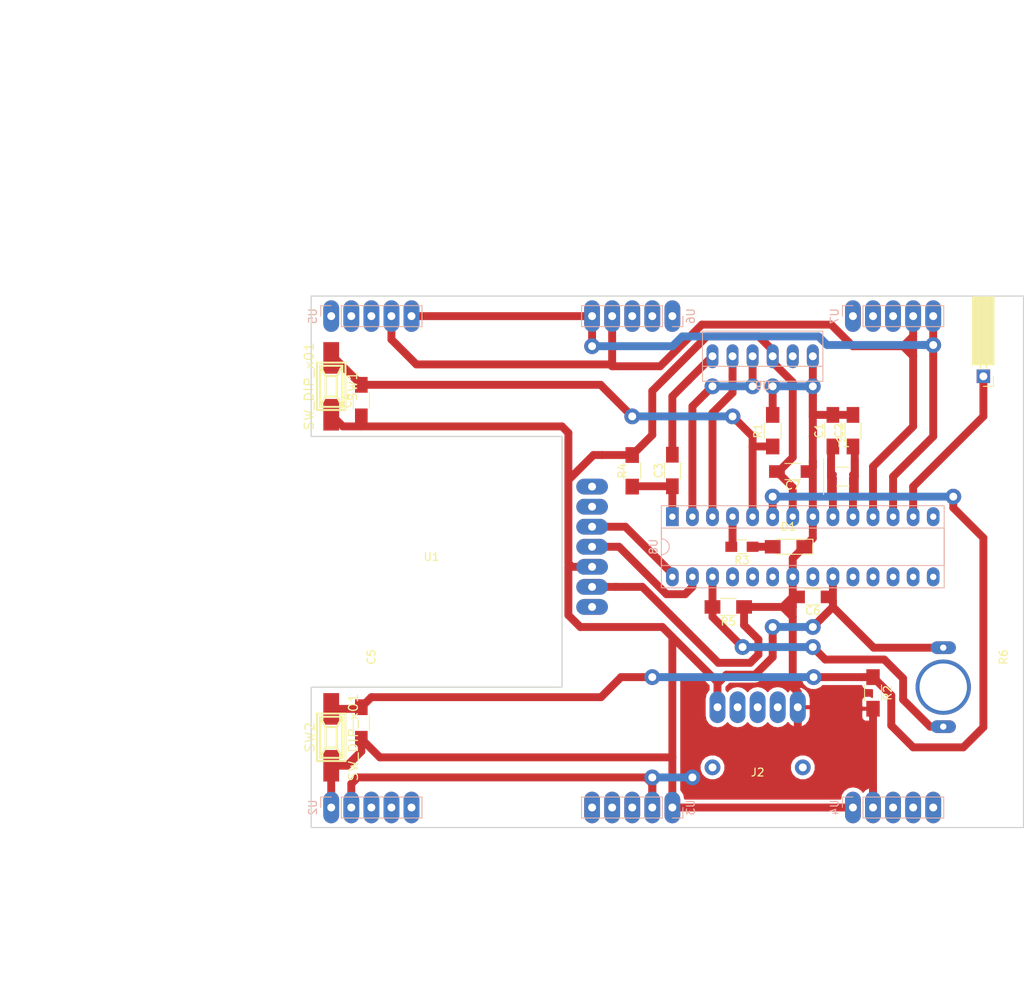
<source format=kicad_pcb>
(kicad_pcb (version 4) (host pcbnew 4.0.6)

  (general
    (links 58)
    (no_connects 0)
    (area 82.320001 12.54 218.67 137.235001)
    (thickness 1.6)
    (drawings 26)
    (tracks 252)
    (zones 0)
    (modules 28)
    (nets 19)
  )

  (page A4)
  (layers
    (0 F.Cu signal)
    (31 B.Cu signal)
    (32 B.Adhes user)
    (33 F.Adhes user)
    (34 B.Paste user hide)
    (35 F.Paste user hide)
    (36 B.SilkS user hide)
    (37 F.SilkS user)
    (38 B.Mask user)
    (39 F.Mask user hide)
    (40 Dwgs.User user)
    (41 Cmts.User user)
    (42 Eco1.User user)
    (43 Eco2.User user)
    (44 Edge.Cuts user)
    (45 Margin user)
    (46 B.CrtYd user)
    (47 F.CrtYd user)
    (48 B.Fab user)
    (49 F.Fab user)
  )

  (setup
    (last_trace_width 1)
    (user_trace_width 1)
    (user_trace_width 1.2)
    (user_trace_width 1.6)
    (user_trace_width 1.8)
    (trace_clearance 0.5)
    (zone_clearance 0.5)
    (zone_45_only no)
    (trace_min 0.5)
    (segment_width 0.2)
    (edge_width 0.15)
    (via_size 2)
    (via_drill 1)
    (via_min_size 0.4)
    (via_min_drill 0.3)
    (uvia_size 0.3)
    (uvia_drill 0.1)
    (uvias_allowed no)
    (uvia_min_size 0.2)
    (uvia_min_drill 0.1)
    (pcb_text_width 0.3)
    (pcb_text_size 1.5 1.5)
    (mod_edge_width 0.15)
    (mod_text_size 1 1)
    (mod_text_width 0.15)
    (pad_size 1.6 3.2)
    (pad_drill 0.8)
    (pad_to_mask_clearance 0.2)
    (aux_axis_origin 106.68 44.45)
    (visible_elements 7FFFFFFF)
    (pcbplotparams
      (layerselection 0x01800_00000001)
      (usegerberextensions false)
      (excludeedgelayer true)
      (linewidth 0.100000)
      (plotframeref false)
      (viasonmask false)
      (mode 1)
      (useauxorigin true)
      (hpglpennumber 1)
      (hpglpenspeed 20)
      (hpglpendiameter 15)
      (hpglpenoverlay 2)
      (psnegative false)
      (psa4output false)
      (plotreference true)
      (plotvalue true)
      (plotinvisibletext false)
      (padsonsilk false)
      (subtractmaskfromsilk false)
      (outputformat 1)
      (mirror false)
      (drillshape 0)
      (scaleselection 1)
      (outputdirectory gerber))
  )

  (net 0 "")
  (net 1 MAX_IN)
  (net 2 LATCH)
  (net 3 CLK)
  (net 4 SDA)
  (net 5 SCL)
  (net 6 VCC)
  (net 7 GND)
  (net 8 OSC1)
  (net 9 OSC2)
  (net 10 RESET)
  (net 11 SW1)
  (net 12 SW2)
  (net 13 "Net-(D1-Pad2)")
  (net 14 LED)
  (net 15 RX)
  (net 16 TX)
  (net 17 DTR)
  (net 18 PHOTO)

  (net_class Default "Dies ist die voreingestellte Netzklasse."
    (clearance 0.5)
    (trace_width 1)
    (via_dia 2)
    (via_drill 1)
    (uvia_dia 0.3)
    (uvia_drill 0.1)
    (add_net CLK)
    (add_net DTR)
    (add_net GND)
    (add_net LATCH)
    (add_net LED)
    (add_net MAX_IN)
    (add_net "Net-(D1-Pad2)")
    (add_net OSC1)
    (add_net OSC2)
    (add_net PHOTO)
    (add_net RESET)
    (add_net RX)
    (add_net SCL)
    (add_net SDA)
    (add_net SW1)
    (add_net SW2)
    (add_net TX)
    (add_net VCC)
  )

  (net_class 1mm ""
    (clearance 0.5)
    (trace_width 1)
    (via_dia 2)
    (via_drill 1)
    (uvia_dia 0.3)
    (uvia_drill 0.1)
  )

  (module Socket_Strips:Socket_Strip_Angled_1x01_Pitch2.54mm (layer F.Cu) (tedit 597DE67D) (tstamp 597C5703)
    (at 191.77 54.61 270)
    (descr "Through hole angled socket strip, 1x01, 2.54mm pitch, 8.51mm socket length, single row")
    (tags "Through hole angled socket strip THT 1x01 2.54mm single row")
    (path /597B8EB0)
    (fp_text reference J1 (at -4.38 -2.27 270) (layer F.SilkS) hide
      (effects (font (size 1 1) (thickness 0.15)))
    )
    (fp_text value CONN_01X01_MALE (at -4.38 2.27 270) (layer F.Fab)
      (effects (font (size 1 1) (thickness 0.15)))
    )
    (fp_line (start -1.52 -1.27) (end -1.52 1.27) (layer F.Fab) (width 0.1))
    (fp_line (start -1.52 1.27) (end -10.03 1.27) (layer F.Fab) (width 0.1))
    (fp_line (start -10.03 1.27) (end -10.03 -1.27) (layer F.Fab) (width 0.1))
    (fp_line (start -10.03 -1.27) (end -1.52 -1.27) (layer F.Fab) (width 0.1))
    (fp_line (start 0 -0.32) (end 0 0.32) (layer F.Fab) (width 0.1))
    (fp_line (start 0 0.32) (end -1.52 0.32) (layer F.Fab) (width 0.1))
    (fp_line (start -1.52 0.32) (end -1.52 -0.32) (layer F.Fab) (width 0.1))
    (fp_line (start -1.52 -0.32) (end 0 -0.32) (layer F.Fab) (width 0.1))
    (fp_line (start -1.46 -1.33) (end -1.46 1.33) (layer F.SilkS) (width 0.12))
    (fp_line (start -1.46 1.33) (end -10.09 1.33) (layer F.SilkS) (width 0.12))
    (fp_line (start -10.09 1.33) (end -10.09 -1.33) (layer F.SilkS) (width 0.12))
    (fp_line (start -10.09 -1.33) (end -1.46 -1.33) (layer F.SilkS) (width 0.12))
    (fp_line (start -1.46 -1.33) (end -1.46 1.27) (layer F.SilkS) (width 0.12))
    (fp_line (start -1.46 1.27) (end -10.09 1.27) (layer F.SilkS) (width 0.12))
    (fp_line (start -10.09 1.27) (end -10.09 -1.33) (layer F.SilkS) (width 0.12))
    (fp_line (start -10.09 -1.33) (end -1.46 -1.33) (layer F.SilkS) (width 0.12))
    (fp_line (start -1.03 -0.38) (end -1.46 -0.38) (layer F.SilkS) (width 0.12))
    (fp_line (start -1.03 0.38) (end -1.46 0.38) (layer F.SilkS) (width 0.12))
    (fp_line (start -1.46 -1.15) (end -10.09 -1.15) (layer F.SilkS) (width 0.12))
    (fp_line (start -1.46 -1.03) (end -10.09 -1.03) (layer F.SilkS) (width 0.12))
    (fp_line (start -1.46 -0.91) (end -10.09 -0.91) (layer F.SilkS) (width 0.12))
    (fp_line (start -1.46 -0.79) (end -10.09 -0.79) (layer F.SilkS) (width 0.12))
    (fp_line (start -1.46 -0.67) (end -10.09 -0.67) (layer F.SilkS) (width 0.12))
    (fp_line (start -1.46 -0.55) (end -10.09 -0.55) (layer F.SilkS) (width 0.12))
    (fp_line (start -1.46 -0.43) (end -10.09 -0.43) (layer F.SilkS) (width 0.12))
    (fp_line (start -1.46 -0.31) (end -10.09 -0.31) (layer F.SilkS) (width 0.12))
    (fp_line (start -1.46 -0.19) (end -10.09 -0.19) (layer F.SilkS) (width 0.12))
    (fp_line (start -1.46 -0.07) (end -10.09 -0.07) (layer F.SilkS) (width 0.12))
    (fp_line (start -1.46 0.05) (end -10.09 0.05) (layer F.SilkS) (width 0.12))
    (fp_line (start -1.46 0.17) (end -10.09 0.17) (layer F.SilkS) (width 0.12))
    (fp_line (start -1.46 0.29) (end -10.09 0.29) (layer F.SilkS) (width 0.12))
    (fp_line (start -1.46 0.41) (end -10.09 0.41) (layer F.SilkS) (width 0.12))
    (fp_line (start -1.46 0.53) (end -10.09 0.53) (layer F.SilkS) (width 0.12))
    (fp_line (start -1.46 0.65) (end -10.09 0.65) (layer F.SilkS) (width 0.12))
    (fp_line (start -1.46 0.77) (end -10.09 0.77) (layer F.SilkS) (width 0.12))
    (fp_line (start -1.46 0.89) (end -10.09 0.89) (layer F.SilkS) (width 0.12))
    (fp_line (start -1.46 1.01) (end -10.09 1.01) (layer F.SilkS) (width 0.12))
    (fp_line (start -1.46 1.13) (end -10.09 1.13) (layer F.SilkS) (width 0.12))
    (fp_line (start -1.46 1.25) (end -10.09 1.25) (layer F.SilkS) (width 0.12))
    (fp_line (start -1.46 1.37) (end -10.09 1.37) (layer F.SilkS) (width 0.12))
    (fp_line (start 0 -1.27) (end 1.27 -1.27) (layer F.SilkS) (width 0.12))
    (fp_line (start 1.27 -1.27) (end 1.27 0) (layer F.SilkS) (width 0.12))
    (fp_line (start 1.8 -1.8) (end 1.8 1.8) (layer F.CrtYd) (width 0.05))
    (fp_line (start 1.8 1.8) (end -10.55 1.8) (layer F.CrtYd) (width 0.05))
    (fp_line (start -10.55 1.8) (end -10.55 -1.8) (layer F.CrtYd) (width 0.05))
    (fp_line (start -10.55 -1.8) (end 1.8 -1.8) (layer F.CrtYd) (width 0.05))
    (fp_text user %R (at -4.38 -2.27 270) (layer F.Fab) hide
      (effects (font (size 1 1) (thickness 0.15)))
    )
    (pad 1 thru_hole rect (at 0 0 270) (size 1.7 1.7) (drill 1) (layers *.Cu *.Mask)
      (net 1 MAX_IN))
    (model ${KISYS3DMOD}/Socket_Strips.3dshapes/Socket_Strip_Angled_1x01_Pitch2.54mm.wrl
      (at (xyz 0 0 0))
      (scale (xyz 1 1 1))
      (rotate (xyz 0 0 270))
    )
  )

  (module Socket_Strips:Socket_Strip_Straight_1x05_Pitch2.54mm (layer B.Cu) (tedit 58CD5446) (tstamp 597C571C)
    (at 109.22 109.22 270)
    (descr "Through hole straight socket strip, 1x05, 2.54mm pitch, single row")
    (tags "Through hole socket strip THT 1x05 2.54mm single row")
    (path /596A2A6D)
    (fp_text reference U2 (at 0 2.33 270) (layer B.SilkS)
      (effects (font (size 1 1) (thickness 0.15)) (justify mirror))
    )
    (fp_text value MAX7219_IN (at 0 -12.49 270) (layer B.Fab)
      (effects (font (size 1 1) (thickness 0.15)) (justify mirror))
    )
    (fp_line (start -1.27 1.27) (end -1.27 -11.43) (layer B.Fab) (width 0.1))
    (fp_line (start -1.27 -11.43) (end 1.27 -11.43) (layer B.Fab) (width 0.1))
    (fp_line (start 1.27 -11.43) (end 1.27 1.27) (layer B.Fab) (width 0.1))
    (fp_line (start 1.27 1.27) (end -1.27 1.27) (layer B.Fab) (width 0.1))
    (fp_line (start -1.33 -1.27) (end -1.33 -11.49) (layer B.SilkS) (width 0.12))
    (fp_line (start -1.33 -11.49) (end 1.33 -11.49) (layer B.SilkS) (width 0.12))
    (fp_line (start 1.33 -11.49) (end 1.33 -1.27) (layer B.SilkS) (width 0.12))
    (fp_line (start 1.33 -1.27) (end -1.33 -1.27) (layer B.SilkS) (width 0.12))
    (fp_line (start -1.33 0) (end -1.33 1.33) (layer B.SilkS) (width 0.12))
    (fp_line (start -1.33 1.33) (end 0 1.33) (layer B.SilkS) (width 0.12))
    (fp_line (start -1.8 1.8) (end -1.8 -11.95) (layer B.CrtYd) (width 0.05))
    (fp_line (start -1.8 -11.95) (end 1.8 -11.95) (layer B.CrtYd) (width 0.05))
    (fp_line (start 1.8 -11.95) (end 1.8 1.8) (layer B.CrtYd) (width 0.05))
    (fp_line (start 1.8 1.8) (end -1.8 1.8) (layer B.CrtYd) (width 0.05))
    (fp_text user %R (at 0 2.33 270) (layer B.Fab)
      (effects (font (size 1 1) (thickness 0.15)) (justify mirror))
    )
    (pad 1 thru_hole oval (at 0 0 270) (size 4 2) (drill 1) (layers *.Cu *.Mask)
      (net 6 VCC))
    (pad 2 thru_hole oval (at 0 -2.54 270) (size 4 2) (drill 1) (layers *.Cu *.Mask)
      (net 7 GND))
    (pad 3 thru_hole oval (at 0 -5.08 270) (size 4 2) (drill 1) (layers *.Cu *.Mask))
    (pad 4 thru_hole oval (at 0 -7.62 270) (size 4 2) (drill 1) (layers *.Cu *.Mask))
    (pad 5 thru_hole oval (at 0 -10.16 270) (size 4 2) (drill 1) (layers *.Cu *.Mask))
    (model ${KISYS3DMOD}/Socket_Strips.3dshapes/Socket_Strip_Straight_1x05_Pitch2.54mm.wrl
      (at (xyz 0 -0.2 0))
      (scale (xyz 1 1 1))
      (rotate (xyz 0 0 270))
    )
  )

  (module Socket_Strips:Socket_Strip_Straight_1x05_Pitch2.54mm (layer B.Cu) (tedit 58CD5446) (tstamp 597C5725)
    (at 152.4 109.22 90)
    (descr "Through hole straight socket strip, 1x05, 2.54mm pitch, single row")
    (tags "Through hole socket strip THT 1x05 2.54mm single row")
    (path /597B8DED)
    (fp_text reference U3 (at 0 2.33 90) (layer B.SilkS)
      (effects (font (size 1 1) (thickness 0.15)) (justify mirror))
    )
    (fp_text value MAX7219_IN (at 0 -12.49 90) (layer B.Fab)
      (effects (font (size 1 1) (thickness 0.15)) (justify mirror))
    )
    (fp_line (start -1.27 1.27) (end -1.27 -11.43) (layer B.Fab) (width 0.1))
    (fp_line (start -1.27 -11.43) (end 1.27 -11.43) (layer B.Fab) (width 0.1))
    (fp_line (start 1.27 -11.43) (end 1.27 1.27) (layer B.Fab) (width 0.1))
    (fp_line (start 1.27 1.27) (end -1.27 1.27) (layer B.Fab) (width 0.1))
    (fp_line (start -1.33 -1.27) (end -1.33 -11.49) (layer B.SilkS) (width 0.12))
    (fp_line (start -1.33 -11.49) (end 1.33 -11.49) (layer B.SilkS) (width 0.12))
    (fp_line (start 1.33 -11.49) (end 1.33 -1.27) (layer B.SilkS) (width 0.12))
    (fp_line (start 1.33 -1.27) (end -1.33 -1.27) (layer B.SilkS) (width 0.12))
    (fp_line (start -1.33 0) (end -1.33 1.33) (layer B.SilkS) (width 0.12))
    (fp_line (start -1.33 1.33) (end 0 1.33) (layer B.SilkS) (width 0.12))
    (fp_line (start -1.8 1.8) (end -1.8 -11.95) (layer B.CrtYd) (width 0.05))
    (fp_line (start -1.8 -11.95) (end 1.8 -11.95) (layer B.CrtYd) (width 0.05))
    (fp_line (start 1.8 -11.95) (end 1.8 1.8) (layer B.CrtYd) (width 0.05))
    (fp_line (start 1.8 1.8) (end -1.8 1.8) (layer B.CrtYd) (width 0.05))
    (fp_text user %R (at 0 2.33 90) (layer B.Fab)
      (effects (font (size 1 1) (thickness 0.15)) (justify mirror))
    )
    (pad 1 thru_hole oval (at 0 0 90) (size 4 2) (drill 1) (layers *.Cu *.Mask)
      (net 6 VCC))
    (pad 2 thru_hole oval (at 0 -2.54 90) (size 4 2) (drill 1) (layers *.Cu *.Mask)
      (net 7 GND))
    (pad 3 thru_hole oval (at 0 -5.08 90) (size 4 2) (drill 1) (layers *.Cu *.Mask))
    (pad 4 thru_hole oval (at 0 -7.62 90) (size 4 2) (drill 1) (layers *.Cu *.Mask))
    (pad 5 thru_hole oval (at 0 -10.16 90) (size 4 2) (drill 1) (layers *.Cu *.Mask))
    (model ${KISYS3DMOD}/Socket_Strips.3dshapes/Socket_Strip_Straight_1x05_Pitch2.54mm.wrl
      (at (xyz 0 -0.2 0))
      (scale (xyz 1 1 1))
      (rotate (xyz 0 0 270))
    )
  )

  (module Socket_Strips:Socket_Strip_Straight_1x05_Pitch2.54mm (layer B.Cu) (tedit 58CD5446) (tstamp 597C572E)
    (at 175.26 109.22 270)
    (descr "Through hole straight socket strip, 1x05, 2.54mm pitch, single row")
    (tags "Through hole socket strip THT 1x05 2.54mm single row")
    (path /597B8E78)
    (fp_text reference U4 (at 0 2.33 270) (layer B.SilkS)
      (effects (font (size 1 1) (thickness 0.15)) (justify mirror))
    )
    (fp_text value MAX7219_IN (at 0 -12.49 270) (layer B.Fab)
      (effects (font (size 1 1) (thickness 0.15)) (justify mirror))
    )
    (fp_line (start -1.27 1.27) (end -1.27 -11.43) (layer B.Fab) (width 0.1))
    (fp_line (start -1.27 -11.43) (end 1.27 -11.43) (layer B.Fab) (width 0.1))
    (fp_line (start 1.27 -11.43) (end 1.27 1.27) (layer B.Fab) (width 0.1))
    (fp_line (start 1.27 1.27) (end -1.27 1.27) (layer B.Fab) (width 0.1))
    (fp_line (start -1.33 -1.27) (end -1.33 -11.49) (layer B.SilkS) (width 0.12))
    (fp_line (start -1.33 -11.49) (end 1.33 -11.49) (layer B.SilkS) (width 0.12))
    (fp_line (start 1.33 -11.49) (end 1.33 -1.27) (layer B.SilkS) (width 0.12))
    (fp_line (start 1.33 -1.27) (end -1.33 -1.27) (layer B.SilkS) (width 0.12))
    (fp_line (start -1.33 0) (end -1.33 1.33) (layer B.SilkS) (width 0.12))
    (fp_line (start -1.33 1.33) (end 0 1.33) (layer B.SilkS) (width 0.12))
    (fp_line (start -1.8 1.8) (end -1.8 -11.95) (layer B.CrtYd) (width 0.05))
    (fp_line (start -1.8 -11.95) (end 1.8 -11.95) (layer B.CrtYd) (width 0.05))
    (fp_line (start 1.8 -11.95) (end 1.8 1.8) (layer B.CrtYd) (width 0.05))
    (fp_line (start 1.8 1.8) (end -1.8 1.8) (layer B.CrtYd) (width 0.05))
    (fp_text user %R (at 0 2.33 270) (layer B.Fab)
      (effects (font (size 1 1) (thickness 0.15)) (justify mirror))
    )
    (pad 1 thru_hole oval (at 0 0 270) (size 4 2) (drill 1) (layers *.Cu *.Mask)
      (net 6 VCC))
    (pad 2 thru_hole oval (at 0 -2.54 270) (size 4 2) (drill 1) (layers *.Cu *.Mask)
      (net 7 GND))
    (pad 3 thru_hole oval (at 0 -5.08 270) (size 4 2) (drill 1) (layers *.Cu *.Mask))
    (pad 4 thru_hole oval (at 0 -7.62 270) (size 4 2) (drill 1) (layers *.Cu *.Mask))
    (pad 5 thru_hole oval (at 0 -10.16 270) (size 4 2) (drill 1) (layers *.Cu *.Mask))
    (model ${KISYS3DMOD}/Socket_Strips.3dshapes/Socket_Strip_Straight_1x05_Pitch2.54mm.wrl
      (at (xyz 0 -0.2 0))
      (scale (xyz 1 1 1))
      (rotate (xyz 0 0 270))
    )
  )

  (module Socket_Strips:Socket_Strip_Straight_1x05_Pitch2.54mm (layer B.Cu) (tedit 597C7995) (tstamp 597C5737)
    (at 109.22 46.99 270)
    (descr "Through hole straight socket strip, 1x05, 2.54mm pitch, single row")
    (tags "Through hole socket strip THT 1x05 2.54mm single row")
    (path /597B8E8D)
    (fp_text reference U5 (at 0 2.33 270) (layer B.SilkS)
      (effects (font (size 1 1) (thickness 0.15)) (justify mirror))
    )
    (fp_text value MAX7219_IN (at 0 -12.49 270) (layer B.Fab)
      (effects (font (size 1 1) (thickness 0.15)) (justify mirror))
    )
    (fp_line (start -1.27 1.27) (end -1.27 -11.43) (layer B.Fab) (width 0.1))
    (fp_line (start -1.27 -11.43) (end 1.27 -11.43) (layer B.Fab) (width 0.1))
    (fp_line (start 1.27 -11.43) (end 1.27 1.27) (layer B.Fab) (width 0.1))
    (fp_line (start 1.27 1.27) (end -1.27 1.27) (layer B.Fab) (width 0.1))
    (fp_line (start -1.33 -1.27) (end -1.33 -11.49) (layer B.SilkS) (width 0.12))
    (fp_line (start -1.33 -11.49) (end 1.33 -11.49) (layer B.SilkS) (width 0.12))
    (fp_line (start 1.33 -11.49) (end 1.33 -1.27) (layer B.SilkS) (width 0.12))
    (fp_line (start 1.33 -1.27) (end -1.33 -1.27) (layer B.SilkS) (width 0.12))
    (fp_line (start -1.33 0) (end -1.33 1.33) (layer B.SilkS) (width 0.12))
    (fp_line (start -1.33 1.33) (end 0 1.33) (layer B.SilkS) (width 0.12))
    (fp_line (start -1.8 1.8) (end -1.8 -11.95) (layer B.CrtYd) (width 0.05))
    (fp_line (start -1.8 -11.95) (end 1.8 -11.95) (layer B.CrtYd) (width 0.05))
    (fp_line (start 1.8 -11.95) (end 1.8 1.8) (layer B.CrtYd) (width 0.05))
    (fp_line (start 1.8 1.8) (end -1.8 1.8) (layer B.CrtYd) (width 0.05))
    (fp_text user %R (at 0 2.33 270) (layer B.Fab)
      (effects (font (size 1 1) (thickness 0.15)) (justify mirror))
    )
    (pad 1 thru_hole oval (at 0 0 270) (size 4 2) (drill 1) (layers *.Cu *.Mask))
    (pad 2 thru_hole oval (at 0 -2.54 270) (size 4 2) (drill 1) (layers *.Cu *.Mask))
    (pad 3 thru_hole oval (at 0 -5.08 270) (size 4 2) (drill 1) (layers *.Cu *.Mask))
    (pad 4 thru_hole oval (at 0 -7.62 270) (size 4 2) (drill 1) (layers *.Cu *.Mask)
      (net 2 LATCH))
    (pad 5 thru_hole oval (at 0 -10.16 270) (size 4 2) (drill 1) (layers *.Cu *.Mask)
      (net 3 CLK))
    (model ${KISYS3DMOD}/Socket_Strips.3dshapes/Socket_Strip_Straight_1x05_Pitch2.54mm.wrl
      (at (xyz 0 -0.2 0))
      (scale (xyz 1 1 1))
      (rotate (xyz 0 0 270))
    )
  )

  (module Socket_Strips:Socket_Strip_Straight_1x05_Pitch2.54mm (layer B.Cu) (tedit 58CD5446) (tstamp 597C607C)
    (at 152.4 46.99 90)
    (descr "Through hole straight socket strip, 1x05, 2.54mm pitch, single row")
    (tags "Through hole socket strip THT 1x05 2.54mm single row")
    (path /597C60B3)
    (fp_text reference U6 (at 0 2.33 90) (layer B.SilkS)
      (effects (font (size 1 1) (thickness 0.15)) (justify mirror))
    )
    (fp_text value MAX7219_IN (at 0 -12.49 90) (layer B.Fab)
      (effects (font (size 1 1) (thickness 0.15)) (justify mirror))
    )
    (fp_line (start -1.27 1.27) (end -1.27 -11.43) (layer B.Fab) (width 0.1))
    (fp_line (start -1.27 -11.43) (end 1.27 -11.43) (layer B.Fab) (width 0.1))
    (fp_line (start 1.27 -11.43) (end 1.27 1.27) (layer B.Fab) (width 0.1))
    (fp_line (start 1.27 1.27) (end -1.27 1.27) (layer B.Fab) (width 0.1))
    (fp_line (start -1.33 -1.27) (end -1.33 -11.49) (layer B.SilkS) (width 0.12))
    (fp_line (start -1.33 -11.49) (end 1.33 -11.49) (layer B.SilkS) (width 0.12))
    (fp_line (start 1.33 -11.49) (end 1.33 -1.27) (layer B.SilkS) (width 0.12))
    (fp_line (start 1.33 -1.27) (end -1.33 -1.27) (layer B.SilkS) (width 0.12))
    (fp_line (start -1.33 0) (end -1.33 1.33) (layer B.SilkS) (width 0.12))
    (fp_line (start -1.33 1.33) (end 0 1.33) (layer B.SilkS) (width 0.12))
    (fp_line (start -1.8 1.8) (end -1.8 -11.95) (layer B.CrtYd) (width 0.05))
    (fp_line (start -1.8 -11.95) (end 1.8 -11.95) (layer B.CrtYd) (width 0.05))
    (fp_line (start 1.8 -11.95) (end 1.8 1.8) (layer B.CrtYd) (width 0.05))
    (fp_line (start 1.8 1.8) (end -1.8 1.8) (layer B.CrtYd) (width 0.05))
    (fp_text user %R (at 0 2.33 90) (layer B.Fab)
      (effects (font (size 1 1) (thickness 0.15)) (justify mirror))
    )
    (pad 1 thru_hole oval (at 0 0 90) (size 4 2) (drill 1) (layers *.Cu *.Mask))
    (pad 2 thru_hole oval (at 0 -2.54 90) (size 4 2) (drill 1) (layers *.Cu *.Mask))
    (pad 3 thru_hole oval (at 0 -5.08 90) (size 4 2) (drill 1) (layers *.Cu *.Mask))
    (pad 4 thru_hole oval (at 0 -7.62 90) (size 4 2) (drill 1) (layers *.Cu *.Mask)
      (net 2 LATCH))
    (pad 5 thru_hole oval (at 0 -10.16 90) (size 4 2) (drill 1) (layers *.Cu *.Mask)
      (net 3 CLK))
    (model ${KISYS3DMOD}/Socket_Strips.3dshapes/Socket_Strip_Straight_1x05_Pitch2.54mm.wrl
      (at (xyz 0 -0.2 0))
      (scale (xyz 1 1 1))
      (rotate (xyz 0 0 270))
    )
  )

  (module Socket_Strips:Socket_Strip_Straight_1x05_Pitch2.54mm (layer B.Cu) (tedit 58CD5446) (tstamp 597C6085)
    (at 175.26 46.99 270)
    (descr "Through hole straight socket strip, 1x05, 2.54mm pitch, single row")
    (tags "Through hole socket strip THT 1x05 2.54mm single row")
    (path /597C60C8)
    (fp_text reference U7 (at 0 2.33 270) (layer B.SilkS)
      (effects (font (size 1 1) (thickness 0.15)) (justify mirror))
    )
    (fp_text value MAX7219_IN (at 0 -12.49 270) (layer B.Fab)
      (effects (font (size 1 1) (thickness 0.15)) (justify mirror))
    )
    (fp_line (start -1.27 1.27) (end -1.27 -11.43) (layer B.Fab) (width 0.1))
    (fp_line (start -1.27 -11.43) (end 1.27 -11.43) (layer B.Fab) (width 0.1))
    (fp_line (start 1.27 -11.43) (end 1.27 1.27) (layer B.Fab) (width 0.1))
    (fp_line (start 1.27 1.27) (end -1.27 1.27) (layer B.Fab) (width 0.1))
    (fp_line (start -1.33 -1.27) (end -1.33 -11.49) (layer B.SilkS) (width 0.12))
    (fp_line (start -1.33 -11.49) (end 1.33 -11.49) (layer B.SilkS) (width 0.12))
    (fp_line (start 1.33 -11.49) (end 1.33 -1.27) (layer B.SilkS) (width 0.12))
    (fp_line (start 1.33 -1.27) (end -1.33 -1.27) (layer B.SilkS) (width 0.12))
    (fp_line (start -1.33 0) (end -1.33 1.33) (layer B.SilkS) (width 0.12))
    (fp_line (start -1.33 1.33) (end 0 1.33) (layer B.SilkS) (width 0.12))
    (fp_line (start -1.8 1.8) (end -1.8 -11.95) (layer B.CrtYd) (width 0.05))
    (fp_line (start -1.8 -11.95) (end 1.8 -11.95) (layer B.CrtYd) (width 0.05))
    (fp_line (start 1.8 -11.95) (end 1.8 1.8) (layer B.CrtYd) (width 0.05))
    (fp_line (start 1.8 1.8) (end -1.8 1.8) (layer B.CrtYd) (width 0.05))
    (fp_text user %R (at 0 2.33 270) (layer B.Fab)
      (effects (font (size 1 1) (thickness 0.15)) (justify mirror))
    )
    (pad 1 thru_hole oval (at 0 0 270) (size 4 2) (drill 1) (layers *.Cu *.Mask))
    (pad 2 thru_hole oval (at 0 -2.54 270) (size 4 2) (drill 1) (layers *.Cu *.Mask))
    (pad 3 thru_hole oval (at 0 -5.08 270) (size 4 2) (drill 1) (layers *.Cu *.Mask))
    (pad 4 thru_hole oval (at 0 -7.62 270) (size 4 2) (drill 1) (layers *.Cu *.Mask)
      (net 2 LATCH))
    (pad 5 thru_hole oval (at 0 -10.16 270) (size 4 2) (drill 1) (layers *.Cu *.Mask)
      (net 3 CLK))
    (model ${KISYS3DMOD}/Socket_Strips.3dshapes/Socket_Strip_Straight_1x05_Pitch2.54mm.wrl
      (at (xyz 0 -0.2 0))
      (scale (xyz 1 1 1))
      (rotate (xyz 0 0 270))
    )
  )

  (module Capacitors_SMD:C_1206_HandSoldering (layer F.Cu) (tedit 58AA84D1) (tstamp 598F1998)
    (at 113.03 57.69 90)
    (descr "Capacitor SMD 1206, hand soldering")
    (tags "capacitor 1206")
    (path /598F6208)
    (attr smd)
    (fp_text reference C4 (at 0 -1.75 90) (layer F.SilkS)
      (effects (font (size 1 1) (thickness 0.15)))
    )
    (fp_text value 100nF (at 0 2 90) (layer F.Fab)
      (effects (font (size 1 1) (thickness 0.15)))
    )
    (fp_text user %R (at 0 -1.75 90) (layer F.Fab)
      (effects (font (size 1 1) (thickness 0.15)))
    )
    (fp_line (start -1.6 0.8) (end -1.6 -0.8) (layer F.Fab) (width 0.1))
    (fp_line (start 1.6 0.8) (end -1.6 0.8) (layer F.Fab) (width 0.1))
    (fp_line (start 1.6 -0.8) (end 1.6 0.8) (layer F.Fab) (width 0.1))
    (fp_line (start -1.6 -0.8) (end 1.6 -0.8) (layer F.Fab) (width 0.1))
    (fp_line (start 1 -1.02) (end -1 -1.02) (layer F.SilkS) (width 0.12))
    (fp_line (start -1 1.02) (end 1 1.02) (layer F.SilkS) (width 0.12))
    (fp_line (start -3.25 -1.05) (end 3.25 -1.05) (layer F.CrtYd) (width 0.05))
    (fp_line (start -3.25 -1.05) (end -3.25 1.05) (layer F.CrtYd) (width 0.05))
    (fp_line (start 3.25 1.05) (end 3.25 -1.05) (layer F.CrtYd) (width 0.05))
    (fp_line (start 3.25 1.05) (end -3.25 1.05) (layer F.CrtYd) (width 0.05))
    (pad 1 smd rect (at -2 0 90) (size 2 1.6) (layers F.Cu F.Paste F.Mask)
      (net 6 VCC))
    (pad 2 smd rect (at 2 0 90) (size 2 1.6) (layers F.Cu F.Paste F.Mask)
      (net 11 SW1))
    (model Capacitors_SMD.3dshapes/C_1206.wrl
      (at (xyz 0 0 0))
      (scale (xyz 1 1 1))
      (rotate (xyz 0 0 0))
    )
  )

  (module Capacitors_SMD:C_1206_HandSoldering (layer F.Cu) (tedit 58AA84D1) (tstamp 598F199E)
    (at 113.03 98.52 270)
    (descr "Capacitor SMD 1206, hand soldering")
    (tags "capacitor 1206")
    (path /598F6A52)
    (attr smd)
    (fp_text reference C5 (at -8.35 -1.27 270) (layer F.SilkS)
      (effects (font (size 1 1) (thickness 0.15)))
    )
    (fp_text value 100nF (at -7.08 1.27 270) (layer F.Fab)
      (effects (font (size 1 1) (thickness 0.15)))
    )
    (fp_text user %R (at -5.81 -1.27 270) (layer F.Fab)
      (effects (font (size 1 1) (thickness 0.15)))
    )
    (fp_line (start -1.6 0.8) (end -1.6 -0.8) (layer F.Fab) (width 0.1))
    (fp_line (start 1.6 0.8) (end -1.6 0.8) (layer F.Fab) (width 0.1))
    (fp_line (start 1.6 -0.8) (end 1.6 0.8) (layer F.Fab) (width 0.1))
    (fp_line (start -1.6 -0.8) (end 1.6 -0.8) (layer F.Fab) (width 0.1))
    (fp_line (start 1 -1.02) (end -1 -1.02) (layer F.SilkS) (width 0.12))
    (fp_line (start -1 1.02) (end 1 1.02) (layer F.SilkS) (width 0.12))
    (fp_line (start -3.25 -1.05) (end 3.25 -1.05) (layer F.CrtYd) (width 0.05))
    (fp_line (start -3.25 -1.05) (end -3.25 1.05) (layer F.CrtYd) (width 0.05))
    (fp_line (start 3.25 1.05) (end 3.25 -1.05) (layer F.CrtYd) (width 0.05))
    (fp_line (start 3.25 1.05) (end -3.25 1.05) (layer F.CrtYd) (width 0.05))
    (pad 1 smd rect (at -2 0 270) (size 2 1.6) (layers F.Cu F.Paste F.Mask)
      (net 12 SW2))
    (pad 2 smd rect (at 2 0 270) (size 2 1.6) (layers F.Cu F.Paste F.Mask)
      (net 6 VCC))
    (model Capacitors_SMD.3dshapes/C_1206.wrl
      (at (xyz 0 0 0))
      (scale (xyz 1 1 1))
      (rotate (xyz 0 0 0))
    )
  )

  (module LEDs:LED_1206_HandSoldering (layer F.Cu) (tedit 595FC724) (tstamp 598F19A4)
    (at 167.1 76.2 180)
    (descr "LED SMD 1206, hand soldering")
    (tags "LED 1206")
    (path /598F0345)
    (attr smd)
    (fp_text reference D1 (at 0 2.54 180) (layer F.SilkS)
      (effects (font (size 1 1) (thickness 0.15)))
    )
    (fp_text value LED (at 0 1.9 180) (layer F.Fab)
      (effects (font (size 1 1) (thickness 0.15)))
    )
    (fp_line (start -3.1 -0.95) (end -3.1 0.95) (layer F.SilkS) (width 0.12))
    (fp_line (start -0.4 0) (end 0.2 -0.4) (layer F.Fab) (width 0.1))
    (fp_line (start 0.2 -0.4) (end 0.2 0.4) (layer F.Fab) (width 0.1))
    (fp_line (start 0.2 0.4) (end -0.4 0) (layer F.Fab) (width 0.1))
    (fp_line (start -0.45 -0.4) (end -0.45 0.4) (layer F.Fab) (width 0.1))
    (fp_line (start -1.6 0.8) (end -1.6 -0.8) (layer F.Fab) (width 0.1))
    (fp_line (start 1.6 0.8) (end -1.6 0.8) (layer F.Fab) (width 0.1))
    (fp_line (start 1.6 -0.8) (end 1.6 0.8) (layer F.Fab) (width 0.1))
    (fp_line (start -1.6 -0.8) (end 1.6 -0.8) (layer F.Fab) (width 0.1))
    (fp_line (start -3.1 0.95) (end 1.6 0.95) (layer F.SilkS) (width 0.12))
    (fp_line (start -3.1 -0.95) (end 1.6 -0.95) (layer F.SilkS) (width 0.12))
    (fp_line (start -3.25 -1.11) (end 3.25 -1.11) (layer F.CrtYd) (width 0.05))
    (fp_line (start -3.25 -1.11) (end -3.25 1.1) (layer F.CrtYd) (width 0.05))
    (fp_line (start 3.25 1.1) (end 3.25 -1.11) (layer F.CrtYd) (width 0.05))
    (fp_line (start 3.25 1.1) (end -3.25 1.1) (layer F.CrtYd) (width 0.05))
    (pad 1 smd rect (at -2 0 180) (size 2 1.7) (layers F.Cu F.Paste F.Mask)
      (net 7 GND))
    (pad 2 smd rect (at 2 0 180) (size 2 1.7) (layers F.Cu F.Paste F.Mask)
      (net 13 "Net-(D1-Pad2)"))
    (model ${KISYS3DMOD}/LEDs.3dshapes/LED_1206.wrl
      (at (xyz 0 0 0))
      (scale (xyz 1 1 1))
      (rotate (xyz 0 0 180))
    )
  )

  (module Resistors_SMD:R_1206_HandSoldering (layer F.Cu) (tedit 58E0A804) (tstamp 598F19B9)
    (at 165.1 61.5 90)
    (descr "Resistor SMD 1206, hand soldering")
    (tags "resistor 1206")
    (path /598F638D)
    (attr smd)
    (fp_text reference R1 (at 0 -1.85 90) (layer F.SilkS)
      (effects (font (size 1 1) (thickness 0.15)))
    )
    (fp_text value 10k (at 0 1.9 90) (layer F.Fab)
      (effects (font (size 1 1) (thickness 0.15)))
    )
    (fp_text user %R (at 0 0 90) (layer F.Fab)
      (effects (font (size 0.7 0.7) (thickness 0.105)))
    )
    (fp_line (start -1.6 0.8) (end -1.6 -0.8) (layer F.Fab) (width 0.1))
    (fp_line (start 1.6 0.8) (end -1.6 0.8) (layer F.Fab) (width 0.1))
    (fp_line (start 1.6 -0.8) (end 1.6 0.8) (layer F.Fab) (width 0.1))
    (fp_line (start -1.6 -0.8) (end 1.6 -0.8) (layer F.Fab) (width 0.1))
    (fp_line (start 1 1.07) (end -1 1.07) (layer F.SilkS) (width 0.12))
    (fp_line (start -1 -1.07) (end 1 -1.07) (layer F.SilkS) (width 0.12))
    (fp_line (start -3.25 -1.11) (end 3.25 -1.11) (layer F.CrtYd) (width 0.05))
    (fp_line (start -3.25 -1.11) (end -3.25 1.1) (layer F.CrtYd) (width 0.05))
    (fp_line (start 3.25 1.1) (end 3.25 -1.11) (layer F.CrtYd) (width 0.05))
    (fp_line (start 3.25 1.1) (end -3.25 1.1) (layer F.CrtYd) (width 0.05))
    (pad 1 smd rect (at -2 0 90) (size 2 1.7) (layers F.Cu F.Paste F.Mask)
      (net 11 SW1))
    (pad 2 smd rect (at 2 0 90) (size 2 1.7) (layers F.Cu F.Paste F.Mask)
      (net 7 GND))
    (model ${KISYS3DMOD}/Resistors_SMD.3dshapes/R_1206.wrl
      (at (xyz 0 0 0))
      (scale (xyz 1 1 1))
      (rotate (xyz 0 0 0))
    )
  )

  (module Resistors_SMD:R_1206_HandSoldering (layer F.Cu) (tedit 58E0A804) (tstamp 598F19BF)
    (at 177.8 94.71 270)
    (descr "Resistor SMD 1206, hand soldering")
    (tags "resistor 1206")
    (path /598F6A5C)
    (attr smd)
    (fp_text reference R2 (at 0 -1.85 270) (layer F.SilkS)
      (effects (font (size 1 1) (thickness 0.15)))
    )
    (fp_text value 10k (at 0 1.9 270) (layer F.Fab)
      (effects (font (size 1 1) (thickness 0.15)))
    )
    (fp_text user %R (at 0 0 270) (layer F.Fab)
      (effects (font (size 0.7 0.7) (thickness 0.105)))
    )
    (fp_line (start -1.6 0.8) (end -1.6 -0.8) (layer F.Fab) (width 0.1))
    (fp_line (start 1.6 0.8) (end -1.6 0.8) (layer F.Fab) (width 0.1))
    (fp_line (start 1.6 -0.8) (end 1.6 0.8) (layer F.Fab) (width 0.1))
    (fp_line (start -1.6 -0.8) (end 1.6 -0.8) (layer F.Fab) (width 0.1))
    (fp_line (start 1 1.07) (end -1 1.07) (layer F.SilkS) (width 0.12))
    (fp_line (start -1 -1.07) (end 1 -1.07) (layer F.SilkS) (width 0.12))
    (fp_line (start -3.25 -1.11) (end 3.25 -1.11) (layer F.CrtYd) (width 0.05))
    (fp_line (start -3.25 -1.11) (end -3.25 1.1) (layer F.CrtYd) (width 0.05))
    (fp_line (start 3.25 1.1) (end 3.25 -1.11) (layer F.CrtYd) (width 0.05))
    (fp_line (start 3.25 1.1) (end -3.25 1.1) (layer F.CrtYd) (width 0.05))
    (pad 1 smd rect (at -2 0 270) (size 2 1.7) (layers F.Cu F.Paste F.Mask)
      (net 12 SW2))
    (pad 2 smd rect (at 2 0 270) (size 2 1.7) (layers F.Cu F.Paste F.Mask)
      (net 7 GND))
    (model ${KISYS3DMOD}/Resistors_SMD.3dshapes/R_1206.wrl
      (at (xyz 0 0 0))
      (scale (xyz 1 1 1))
      (rotate (xyz 0 0 0))
    )
  )

  (module Resistors_SMD:R_0805_HandSoldering (layer F.Cu) (tedit 58E0A804) (tstamp 598F19C5)
    (at 161.21 76.2 180)
    (descr "Resistor SMD 0805, hand soldering")
    (tags "resistor 0805")
    (path /598EFE16)
    (attr smd)
    (fp_text reference R3 (at 0 -1.7 180) (layer F.SilkS)
      (effects (font (size 1 1) (thickness 0.15)))
    )
    (fp_text value R_LED (at 0 1.75 180) (layer F.Fab)
      (effects (font (size 1 1) (thickness 0.15)))
    )
    (fp_text user %R (at 0 0 180) (layer F.Fab)
      (effects (font (size 0.5 0.5) (thickness 0.075)))
    )
    (fp_line (start -1 0.62) (end -1 -0.62) (layer F.Fab) (width 0.1))
    (fp_line (start 1 0.62) (end -1 0.62) (layer F.Fab) (width 0.1))
    (fp_line (start 1 -0.62) (end 1 0.62) (layer F.Fab) (width 0.1))
    (fp_line (start -1 -0.62) (end 1 -0.62) (layer F.Fab) (width 0.1))
    (fp_line (start 0.6 0.88) (end -0.6 0.88) (layer F.SilkS) (width 0.12))
    (fp_line (start -0.6 -0.88) (end 0.6 -0.88) (layer F.SilkS) (width 0.12))
    (fp_line (start -2.35 -0.9) (end 2.35 -0.9) (layer F.CrtYd) (width 0.05))
    (fp_line (start -2.35 -0.9) (end -2.35 0.9) (layer F.CrtYd) (width 0.05))
    (fp_line (start 2.35 0.9) (end 2.35 -0.9) (layer F.CrtYd) (width 0.05))
    (fp_line (start 2.35 0.9) (end -2.35 0.9) (layer F.CrtYd) (width 0.05))
    (pad 1 smd rect (at -1.35 0 180) (size 1.5 1.3) (layers F.Cu F.Paste F.Mask)
      (net 13 "Net-(D1-Pad2)"))
    (pad 2 smd rect (at 1.35 0 180) (size 1.5 1.3) (layers F.Cu F.Paste F.Mask)
      (net 14 LED))
    (model ${KISYS3DMOD}/Resistors_SMD.3dshapes/R_0805.wrl
      (at (xyz 0 0 0))
      (scale (xyz 1 1 1))
      (rotate (xyz 0 0 0))
    )
  )

  (module Housings_DIP:DIP-28_W7.62mm_Socket_LongPads (layer B.Cu) (tedit 598F1EB7) (tstamp 598F19F5)
    (at 152.4 72.39 270)
    (descr "28-lead dip package, row spacing 7.62 mm (300 mils), Socket, LongPads")
    (tags "DIL DIP PDIP 2.54mm 7.62mm 300mil Socket LongPads")
    (path /598DF1B2)
    (fp_text reference U8 (at 3.81 2.39 270) (layer B.SilkS)
      (effects (font (size 1 1) (thickness 0.15)) (justify mirror))
    )
    (fp_text value ATMEGA328P-PU (at 3.81 -35.41 270) (layer B.Fab)
      (effects (font (size 1 1) (thickness 0.15)) (justify mirror))
    )
    (fp_text user %R (at 3.81 -16.51 270) (layer B.Fab)
      (effects (font (size 1 1) (thickness 0.15)) (justify mirror))
    )
    (fp_line (start 1.635 1.27) (end 6.985 1.27) (layer B.Fab) (width 0.1))
    (fp_line (start 6.985 1.27) (end 6.985 -34.29) (layer B.Fab) (width 0.1))
    (fp_line (start 6.985 -34.29) (end 0.635 -34.29) (layer B.Fab) (width 0.1))
    (fp_line (start 0.635 -34.29) (end 0.635 0.27) (layer B.Fab) (width 0.1))
    (fp_line (start 0.635 0.27) (end 1.635 1.27) (layer B.Fab) (width 0.1))
    (fp_line (start -1.27 1.27) (end -1.27 -34.29) (layer B.Fab) (width 0.1))
    (fp_line (start -1.27 -34.29) (end 8.89 -34.29) (layer B.Fab) (width 0.1))
    (fp_line (start 8.89 -34.29) (end 8.89 1.27) (layer B.Fab) (width 0.1))
    (fp_line (start 8.89 1.27) (end -1.27 1.27) (layer B.Fab) (width 0.1))
    (fp_line (start 2.81 1.39) (end 1.44 1.39) (layer B.SilkS) (width 0.12))
    (fp_line (start 1.44 1.39) (end 1.44 -34.41) (layer B.SilkS) (width 0.12))
    (fp_line (start 1.44 -34.41) (end 6.18 -34.41) (layer B.SilkS) (width 0.12))
    (fp_line (start 6.18 -34.41) (end 6.18 1.39) (layer B.SilkS) (width 0.12))
    (fp_line (start 6.18 1.39) (end 4.81 1.39) (layer B.SilkS) (width 0.12))
    (fp_line (start -1.39 1.39) (end -1.39 -34.41) (layer B.SilkS) (width 0.12))
    (fp_line (start -1.39 -34.41) (end 9.01 -34.41) (layer B.SilkS) (width 0.12))
    (fp_line (start 9.01 -34.41) (end 9.01 1.39) (layer B.SilkS) (width 0.12))
    (fp_line (start 9.01 1.39) (end -1.39 1.39) (layer B.SilkS) (width 0.12))
    (fp_line (start -1.7 1.7) (end -1.7 -34.7) (layer B.CrtYd) (width 0.05))
    (fp_line (start -1.7 -34.7) (end 9.3 -34.7) (layer B.CrtYd) (width 0.05))
    (fp_line (start 9.3 -34.7) (end 9.3 1.7) (layer B.CrtYd) (width 0.05))
    (fp_line (start 9.3 1.7) (end -1.7 1.7) (layer B.CrtYd) (width 0.05))
    (fp_arc (start 3.81 1.39) (end 2.81 1.39) (angle 180) (layer B.SilkS) (width 0.12))
    (pad 1 thru_hole rect (at 0 0 270) (size 2.4 1.6) (drill 0.8) (layers *.Cu *.Mask)
      (net 10 RESET))
    (pad 15 thru_hole oval (at 7.62 -33.02 270) (size 2.4 1.6) (drill 0.8) (layers *.Cu *.Mask))
    (pad 2 thru_hole oval (at 0 -2.54 270) (size 2.4 1.6) (drill 0.8) (layers *.Cu *.Mask)
      (net 15 RX))
    (pad 16 thru_hole oval (at 7.62 -30.48 270) (size 2.4 1.6) (drill 0.8) (layers *.Cu *.Mask))
    (pad 3 thru_hole oval (at 0 -5.08 270) (size 2.4 1.6) (drill 0.8) (layers *.Cu *.Mask)
      (net 16 TX))
    (pad 17 thru_hole oval (at 7.62 -27.94 270) (size 2.4 1.6) (drill 0.8) (layers *.Cu *.Mask))
    (pad 4 thru_hole oval (at 0 -7.62 270) (size 2.4 1.6) (drill 0.8) (layers *.Cu *.Mask)
      (net 14 LED))
    (pad 18 thru_hole oval (at 7.62 -25.4 270) (size 2.4 1.6) (drill 0.8) (layers *.Cu *.Mask))
    (pad 5 thru_hole oval (at 0 -10.16 270) (size 2.4 1.6) (drill 0.8) (layers *.Cu *.Mask)
      (net 11 SW1))
    (pad 19 thru_hole oval (at 7.62 -22.86 270) (size 2.4 1.6) (drill 0.8) (layers *.Cu *.Mask))
    (pad 6 thru_hole oval (at 0 -12.7 270) (size 2.4 1.6) (drill 0.8) (layers *.Cu *.Mask)
      (net 12 SW2))
    (pad 20 thru_hole oval (at 7.62 -20.32 270) (size 2.4 1.6) (drill 0.8) (layers *.Cu *.Mask)
      (net 6 VCC))
    (pad 7 thru_hole oval (at 0 -15.24 270) (size 2.4 1.6) (drill 0.8) (layers *.Cu *.Mask)
      (net 6 VCC))
    (pad 21 thru_hole oval (at 7.62 -17.78 270) (size 2.4 1.6) (drill 0.8) (layers *.Cu *.Mask))
    (pad 8 thru_hole oval (at 0 -17.78 270) (size 2.4 1.6) (drill 0.8) (layers *.Cu *.Mask)
      (net 7 GND))
    (pad 22 thru_hole oval (at 7.62 -15.24 270) (size 2.4 1.6) (drill 0.8) (layers *.Cu *.Mask)
      (net 7 GND))
    (pad 9 thru_hole oval (at 0 -20.32 270) (size 2.4 1.6) (drill 0.8) (layers *.Cu *.Mask)
      (net 8 OSC1))
    (pad 23 thru_hole oval (at 7.62 -12.7 270) (size 2.4 1.6) (drill 0.8) (layers *.Cu *.Mask))
    (pad 10 thru_hole oval (at 0 -22.86 270) (size 2.4 1.6) (drill 0.8) (layers *.Cu *.Mask)
      (net 9 OSC2))
    (pad 24 thru_hole oval (at 7.62 -10.16 270) (size 2.4 1.6) (drill 0.8) (layers *.Cu *.Mask))
    (pad 11 thru_hole oval (at 0 -25.4 270) (size 2.4 1.6) (drill 0.8) (layers *.Cu *.Mask)
      (net 2 LATCH))
    (pad 25 thru_hole oval (at 7.62 -7.62 270) (size 2.4 1.6) (drill 0.8) (layers *.Cu *.Mask))
    (pad 12 thru_hole oval (at 0 -27.94 270) (size 2.4 1.6) (drill 0.8) (layers *.Cu *.Mask)
      (net 3 CLK))
    (pad 26 thru_hole oval (at 7.62 -5.08 270) (size 2.4 1.6) (drill 0.8) (layers *.Cu *.Mask)
      (net 18 PHOTO))
    (pad 13 thru_hole oval (at 0 -30.48 270) (size 2.4 1.6) (drill 0.8) (layers *.Cu *.Mask)
      (net 1 MAX_IN))
    (pad 27 thru_hole oval (at 7.62 -2.54 270) (size 2.4 1.6) (drill 0.8) (layers *.Cu *.Mask)
      (net 4 SDA))
    (pad 14 thru_hole oval (at 0 -33.02 270) (size 2.4 1.6) (drill 0.8) (layers *.Cu *.Mask))
    (pad 28 thru_hole oval (at 7.62 0 270) (size 2.4 1.6) (drill 0.8) (layers *.Cu *.Mask)
      (net 5 SCL))
    (model ${KISYS3DMOD}/Housings_DIP.3dshapes/DIP-28_W7.62mm_Socket_LongPads.wrl
      (at (xyz 0 0 0))
      (scale (xyz 1 1 1))
      (rotate (xyz 0 0 0))
    )
  )

  (module Connectors:PINHEAD1-6 (layer B.Cu) (tedit 0) (tstamp 598F19FF)
    (at 157.48 52.07)
    (path /598E1785)
    (fp_text reference U9 (at 6.35 3.75) (layer B.SilkS)
      (effects (font (size 1 1) (thickness 0.15)) (justify mirror))
    )
    (fp_text value FTDI1232 (at 6.35 -3.81) (layer B.Fab)
      (effects (font (size 1 1) (thickness 0.15)) (justify mirror))
    )
    (fp_line (start 6.35 -3.17) (end 13.97 -3.17) (layer B.SilkS) (width 0.12))
    (fp_line (start 6.35 1.27) (end 13.97 1.27) (layer B.SilkS) (width 0.12))
    (fp_line (start 6.35 3.17) (end 13.97 3.17) (layer B.SilkS) (width 0.12))
    (fp_line (start -1.27 3.17) (end -1.27 -3.17) (layer B.SilkS) (width 0.12))
    (fp_line (start 13.97 3.17) (end 13.97 -3.17) (layer B.SilkS) (width 0.12))
    (fp_line (start 6.35 1.27) (end -1.27 1.27) (layer B.SilkS) (width 0.12))
    (fp_line (start -1.27 3.17) (end 6.35 3.17) (layer B.SilkS) (width 0.12))
    (fp_line (start 6.35 -3.17) (end -1.27 -3.17) (layer B.SilkS) (width 0.12))
    (fp_line (start -1.52 3.42) (end 14.22 3.42) (layer B.CrtYd) (width 0.05))
    (fp_line (start -1.52 3.42) (end -1.52 -3.42) (layer B.CrtYd) (width 0.05))
    (fp_line (start 14.22 -3.42) (end 14.22 3.42) (layer B.CrtYd) (width 0.05))
    (fp_line (start 14.22 -3.42) (end -1.52 -3.42) (layer B.CrtYd) (width 0.05))
    (pad 1 thru_hole oval (at 0 0) (size 1.51 3.01) (drill 1) (layers *.Cu *.Mask)
      (net 17 DTR))
    (pad 2 thru_hole oval (at 2.54 0) (size 1.51 3.01) (drill 1) (layers *.Cu *.Mask)
      (net 16 TX))
    (pad 3 thru_hole oval (at 5.08 0) (size 1.51 3.01) (drill 1) (layers *.Cu *.Mask)
      (net 15 RX))
    (pad 4 thru_hole oval (at 7.62 0) (size 1.51 3.01) (drill 1) (layers *.Cu *.Mask)
      (net 6 VCC))
    (pad 5 thru_hole oval (at 10.16 0) (size 1.51 3.01) (drill 1) (layers *.Cu *.Mask))
    (pad 6 thru_hole oval (at 12.7 0) (size 1.51 3.01) (drill 1) (layers *.Cu *.Mask)
      (net 7 GND))
  )

  (module PongClock:TINY_RTC_RIGHT (layer F.Cu) (tedit 599994DE) (tstamp 598F1C4F)
    (at 121.92 76.2)
    (path /598F1A94)
    (fp_text reference U1 (at 0 1.27) (layer F.SilkS)
      (effects (font (size 1 1) (thickness 0.15)))
    )
    (fp_text value TinyRTC_I2C_RIGHT (at 0 -2.54) (layer F.Fab)
      (effects (font (size 1 1) (thickness 0.15)))
    )
    (fp_line (start 12.7 -8.89) (end 12.7 8.89) (layer F.CrtYd) (width 0.15))
    (fp_line (start 12.7 8.89) (end 17.78 8.89) (layer F.CrtYd) (width 0.15))
    (fp_line (start 17.78 8.89) (end 17.78 -8.89) (layer F.CrtYd) (width 0.15))
    (fp_line (start 17.78 -8.89) (end 12.7 -8.89) (layer F.CrtYd) (width 0.15))
    (fp_line (start -15.24 -12.7) (end 11.43 -12.7) (layer F.CrtYd) (width 0.15))
    (fp_line (start -15.24 15.24) (end 11.43 15.24) (layer F.CrtYd) (width 0.15))
    (fp_line (start -15.24 -12.7) (end -15.24 15.24) (layer F.CrtYd) (width 0.15))
    (fp_line (start 11.43 15.24) (end 11.43 -12.7) (layer F.CrtYd) (width 0.15))
    (pad 1 thru_hole oval (at 20.32 -7.62) (size 4 2) (drill 1) (layers *.Cu *.Mask))
    (pad 2 thru_hole oval (at 20.32 -5.08) (size 4 2) (drill 1) (layers *.Cu *.Mask))
    (pad 3 thru_hole oval (at 20.32 -2.54) (size 4 2) (drill 1) (layers *.Cu *.Mask)
      (net 5 SCL))
    (pad 4 thru_hole oval (at 20.32 0) (size 4 2) (drill 1) (layers *.Cu *.Mask)
      (net 4 SDA))
    (pad 5 thru_hole oval (at 20.32 2.54) (size 4 2) (drill 1) (layers *.Cu *.Mask)
      (net 6 VCC))
    (pad 6 thru_hole oval (at 20.32 5.08) (size 4 2) (drill 1) (layers *.Cu *.Mask)
      (net 7 GND))
    (pad 7 thru_hole oval (at 20.32 7.62) (size 4 2) (drill 1) (layers *.Cu *.Mask))
  )

  (module Crystals:Resonator_SMD_muRata_CDSCB-2pin_4.5x2.0mm_HandSoldering (layer F.Cu) (tedit 58CD2E9E) (tstamp 598F1CC5)
    (at 173.99 67.31)
    (descr "SMD Resomator/Filter Murata CDSCB, http://cdn-reichelt.de/documents/datenblatt/B400/SFECV-107.pdf, hand-soldering, 4.5x2.0mm^2 package")
    (tags "SMD SMT ceramic resonator filter filter hand-soldering")
    (path /598F2D1C)
    (attr smd)
    (fp_text reference Y1 (at 0 -4.25) (layer F.SilkS)
      (effects (font (size 1 1) (thickness 0.15)))
    )
    (fp_text value Crystal (at 0 4.25) (layer F.Fab)
      (effects (font (size 1 1) (thickness 0.15)))
    )
    (fp_text user %R (at 0 0) (layer F.Fab)
      (effects (font (size 1 1) (thickness 0.15)))
    )
    (fp_line (start -2.25 -1) (end -2.25 1) (layer F.Fab) (width 0.1))
    (fp_line (start -2.25 1) (end 2.25 1) (layer F.Fab) (width 0.1))
    (fp_line (start 2.25 1) (end 2.25 -1) (layer F.Fab) (width 0.1))
    (fp_line (start 2.25 -1) (end -2.25 -1) (layer F.Fab) (width 0.1))
    (fp_line (start -2.25 0) (end -1.25 1) (layer F.Fab) (width 0.1))
    (fp_line (start -0.8 -1.2) (end 0.8 -1.2) (layer F.SilkS) (width 0.12))
    (fp_line (start -0.8 1.2) (end 0.8 1.2) (layer F.SilkS) (width 0.12))
    (fp_line (start -2.45 -2.275) (end -2.45 2.275) (layer F.SilkS) (width 0.12))
    (fp_line (start -2.5 -3.5) (end -2.5 3.5) (layer F.CrtYd) (width 0.05))
    (fp_line (start -2.5 3.5) (end 2.5 3.5) (layer F.CrtYd) (width 0.05))
    (fp_line (start 2.5 3.5) (end 2.5 -3.5) (layer F.CrtYd) (width 0.05))
    (fp_line (start 2.5 -3.5) (end -2.5 -3.5) (layer F.CrtYd) (width 0.05))
    (pad 1 smd rect (at -1.5 0) (size 1 4.55) (layers F.Cu F.Paste F.Mask)
      (net 8 OSC1))
    (pad 2 smd rect (at 1.5 0) (size 1 4.55) (layers F.Cu F.Paste F.Mask)
      (net 9 OSC2))
    (model ${KISYS3DMOD}/Crystals.3dshapes/Resonator_SMD_muRata_CDSCB-2pin_4.5x2.0mm_HandSoldering.wrl
      (at (xyz 0 0 0))
      (scale (xyz 1 1 1))
      (rotate (xyz 0 0 0))
    )
  )

  (module Resistors_SMD:R_1206_HandSoldering (layer F.Cu) (tedit 58E0A804) (tstamp 598F9387)
    (at 147.32 66.58 270)
    (descr "Resistor SMD 1206, hand soldering")
    (tags "resistor 1206")
    (path /598FD057)
    (attr smd)
    (fp_text reference R4 (at 0 1.27 270) (layer F.SilkS)
      (effects (font (size 1 1) (thickness 0.15)))
    )
    (fp_text value 10k (at 0 1.9 270) (layer F.Fab)
      (effects (font (size 1 1) (thickness 0.15)))
    )
    (fp_text user %R (at 0 0 270) (layer F.Fab)
      (effects (font (size 0.7 0.7) (thickness 0.105)))
    )
    (fp_line (start -1.6 0.8) (end -1.6 -0.8) (layer F.Fab) (width 0.1))
    (fp_line (start 1.6 0.8) (end -1.6 0.8) (layer F.Fab) (width 0.1))
    (fp_line (start 1.6 -0.8) (end 1.6 0.8) (layer F.Fab) (width 0.1))
    (fp_line (start -1.6 -0.8) (end 1.6 -0.8) (layer F.Fab) (width 0.1))
    (fp_line (start 1 1.07) (end -1 1.07) (layer F.SilkS) (width 0.12))
    (fp_line (start -1 -1.07) (end 1 -1.07) (layer F.SilkS) (width 0.12))
    (fp_line (start -3.25 -1.11) (end 3.25 -1.11) (layer F.CrtYd) (width 0.05))
    (fp_line (start -3.25 -1.11) (end -3.25 1.1) (layer F.CrtYd) (width 0.05))
    (fp_line (start 3.25 1.1) (end 3.25 -1.11) (layer F.CrtYd) (width 0.05))
    (fp_line (start 3.25 1.1) (end -3.25 1.1) (layer F.CrtYd) (width 0.05))
    (pad 1 smd rect (at -2 0 270) (size 2 1.7) (layers F.Cu F.Paste F.Mask)
      (net 6 VCC))
    (pad 2 smd rect (at 2 0 270) (size 2 1.7) (layers F.Cu F.Paste F.Mask)
      (net 10 RESET))
    (model ${KISYS3DMOD}/Resistors_SMD.3dshapes/R_1206.wrl
      (at (xyz 0 0 0))
      (scale (xyz 1 1 1))
      (rotate (xyz 0 0 0))
    )
  )

  (module PongClock:USB_BOARD (layer F.Cu) (tedit 5999A3EB) (tstamp 59932716)
    (at 173.355 106.68 180)
    (path /598EE15E)
    (fp_text reference J2 (at 10.16 1.905 180) (layer F.SilkS)
      (effects (font (size 1 1) (thickness 0.15)))
    )
    (fp_text value MY_USB_OTG (at 10.16 -0.635 180) (layer F.Fab)
      (effects (font (size 1 1) (thickness 0.15)))
    )
    (fp_line (start 3.175 11.43) (end 3.175 -3.81) (layer F.CrtYd) (width 0.15))
    (fp_line (start 17.145 -3.81) (end 17.145 11.43) (layer F.CrtYd) (width 0.15))
    (fp_line (start 3.175 11.43) (end 17.145 11.43) (layer F.CrtYd) (width 0.15))
    (fp_line (start 17.145 -3.81) (end 3.175 -3.81) (layer F.CrtYd) (width 0.15))
    (pad 5 thru_hole oval (at 5.08 10.16 180) (size 2 4) (drill 1) (layers *.Cu *.Mask)
      (net 7 GND))
    (pad 4 thru_hole oval (at 7.62 10.16 180) (size 2 4) (drill 1) (layers *.Cu *.Mask))
    (pad 3 thru_hole oval (at 10.16 10.16 180) (size 2 4) (drill 1) (layers *.Cu *.Mask))
    (pad 2 thru_hole oval (at 12.7 10.16 180) (size 2 4) (drill 1) (layers *.Cu *.Mask))
    (pad 1 thru_hole oval (at 15.24 10.16 180) (size 2 4) (drill 1) (layers *.Cu *.Mask)
      (net 6 VCC))
    (pad "" np_thru_hole circle (at 15.875 2.54 180) (size 2 2) (drill 1) (layers *.Cu *.Mask))
    (pad 6 thru_hole circle (at 4.445 2.54 180) (size 2 2) (drill 1) (layers *.Cu *.Mask))
  )

  (module mod_switch:smd_push (layer F.Cu) (tedit 599999ED) (tstamp 59932A83)
    (at 109.22 55.88 270)
    (descr "SMD Pushbutton")
    (path /59933064)
    (autoplace_cost180 10)
    (fp_text reference SW1 (at 0 -2.70002 270) (layer F.SilkS)
      (effects (font (size 1.143 1.27) (thickness 0.1524)))
    )
    (fp_text value SW_DIP_x01 (at 0 2.79908 270) (layer F.SilkS)
      (effects (font (size 1.143 1.27) (thickness 0.1524)))
    )
    (fp_line (start 1.30048 -0.70104) (end 2.60096 -1.39954) (layer F.SilkS) (width 0.254))
    (fp_line (start 1.30048 0.70104) (end 2.60096 1.39954) (layer F.SilkS) (width 0.254))
    (fp_line (start -1.30048 0.70104) (end -2.60096 1.39954) (layer F.SilkS) (width 0.254))
    (fp_line (start -2.60096 -1.39954) (end -1.30048 -0.70104) (layer F.SilkS) (width 0.254))
    (fp_line (start -2.60096 -1.39954) (end 2.60096 -1.39954) (layer F.SilkS) (width 0.254))
    (fp_line (start 2.60096 -1.39954) (end 2.60096 1.39954) (layer F.SilkS) (width 0.254))
    (fp_line (start 2.60096 1.39954) (end -2.60096 1.39954) (layer F.SilkS) (width 0.254))
    (fp_line (start -2.60096 1.39954) (end -2.60096 -1.39954) (layer F.SilkS) (width 0.254))
    (fp_line (start -1.30048 -0.70104) (end 1.30048 -0.70104) (layer F.SilkS) (width 0.254))
    (fp_line (start 1.30048 -0.70104) (end 1.30048 0.70104) (layer F.SilkS) (width 0.254))
    (fp_line (start 1.30048 0.70104) (end -1.30048 0.70104) (layer F.SilkS) (width 0.254))
    (fp_line (start -1.30048 0.70104) (end -1.30048 -0.70104) (layer F.SilkS) (width 0.254))
    (fp_line (start -2.99974 -1.80086) (end 2.99974 -1.80086) (layer F.SilkS) (width 0.254))
    (fp_line (start 2.99974 -1.80086) (end 2.99974 1.80086) (layer F.SilkS) (width 0.254))
    (fp_line (start 2.99974 1.80086) (end -2.99974 1.80086) (layer F.SilkS) (width 0.254))
    (fp_line (start -2.99974 1.80086) (end -2.99974 -1.80086) (layer F.SilkS) (width 0.254))
    (pad 1 smd rect (at -3.59918 0 270) (size 4 2) (layers F.Cu F.Paste F.Mask)
      (net 11 SW1))
    (pad 2 smd rect (at 3.59918 0 270) (size 4 2) (layers F.Cu F.Paste F.Mask)
      (net 6 VCC))
    (model walter/switch/smd_push.wrl
      (at (xyz 0 0 0))
      (scale (xyz 1 1 1))
      (rotate (xyz 0 0 0))
    )
  )

  (module mod_switch:smd_push (layer F.Cu) (tedit 59999737) (tstamp 59932A89)
    (at 109.22 100.33 90)
    (descr "SMD Pushbutton")
    (path /599332E9)
    (autoplace_cost180 10)
    (fp_text reference SW2 (at 0 -2.70002 90) (layer F.SilkS)
      (effects (font (size 1.143 1.27) (thickness 0.1524)))
    )
    (fp_text value SW_DIP_x01 (at 0 2.79908 90) (layer F.SilkS)
      (effects (font (size 1.143 1.27) (thickness 0.1524)))
    )
    (fp_line (start 1.30048 -0.70104) (end 2.60096 -1.39954) (layer F.SilkS) (width 0.254))
    (fp_line (start 1.30048 0.70104) (end 2.60096 1.39954) (layer F.SilkS) (width 0.254))
    (fp_line (start -1.30048 0.70104) (end -2.60096 1.39954) (layer F.SilkS) (width 0.254))
    (fp_line (start -2.60096 -1.39954) (end -1.30048 -0.70104) (layer F.SilkS) (width 0.254))
    (fp_line (start -2.60096 -1.39954) (end 2.60096 -1.39954) (layer F.SilkS) (width 0.254))
    (fp_line (start 2.60096 -1.39954) (end 2.60096 1.39954) (layer F.SilkS) (width 0.254))
    (fp_line (start 2.60096 1.39954) (end -2.60096 1.39954) (layer F.SilkS) (width 0.254))
    (fp_line (start -2.60096 1.39954) (end -2.60096 -1.39954) (layer F.SilkS) (width 0.254))
    (fp_line (start -1.30048 -0.70104) (end 1.30048 -0.70104) (layer F.SilkS) (width 0.254))
    (fp_line (start 1.30048 -0.70104) (end 1.30048 0.70104) (layer F.SilkS) (width 0.254))
    (fp_line (start 1.30048 0.70104) (end -1.30048 0.70104) (layer F.SilkS) (width 0.254))
    (fp_line (start -1.30048 0.70104) (end -1.30048 -0.70104) (layer F.SilkS) (width 0.254))
    (fp_line (start -2.99974 -1.80086) (end 2.99974 -1.80086) (layer F.SilkS) (width 0.254))
    (fp_line (start 2.99974 -1.80086) (end 2.99974 1.80086) (layer F.SilkS) (width 0.254))
    (fp_line (start 2.99974 1.80086) (end -2.99974 1.80086) (layer F.SilkS) (width 0.254))
    (fp_line (start -2.99974 1.80086) (end -2.99974 -1.80086) (layer F.SilkS) (width 0.254))
    (pad 1 smd rect (at -3.59918 0 90) (size 4 2) (layers F.Cu F.Paste F.Mask)
      (net 6 VCC))
    (pad 2 smd rect (at 3.59918 0 90) (size 4 2) (layers F.Cu F.Paste F.Mask)
      (net 12 SW2))
    (model walter/switch/smd_push.wrl
      (at (xyz 0 0 0))
      (scale (xyz 1 1 1))
      (rotate (xyz 0 0 0))
    )
  )

  (module Capacitors_SMD:C_1206_HandSoldering (layer F.Cu) (tedit 5999A873) (tstamp 5999A80E)
    (at 152.4 66.54 90)
    (descr "Capacitor SMD 1206, hand soldering")
    (tags "capacitor 1206")
    (path /598E395B)
    (attr smd)
    (fp_text reference C3 (at 0 -1.75 90) (layer F.SilkS)
      (effects (font (size 1 1) (thickness 0.15)))
    )
    (fp_text value 10uF (at 0 2 90) (layer F.Fab)
      (effects (font (size 1 1) (thickness 0.15)))
    )
    (fp_text user %R (at 0 -1.75 90) (layer F.Fab)
      (effects (font (size 1 1) (thickness 0.15)))
    )
    (fp_line (start -1.6 0.8) (end -1.6 -0.8) (layer F.Fab) (width 0.1))
    (fp_line (start 1.6 0.8) (end -1.6 0.8) (layer F.Fab) (width 0.1))
    (fp_line (start 1.6 -0.8) (end 1.6 0.8) (layer F.Fab) (width 0.1))
    (fp_line (start -1.6 -0.8) (end 1.6 -0.8) (layer F.Fab) (width 0.1))
    (fp_line (start 1 -1.02) (end -1 -1.02) (layer F.SilkS) (width 0.12))
    (fp_line (start -1 1.02) (end 1 1.02) (layer F.SilkS) (width 0.12))
    (fp_line (start -3.25 -1.05) (end 3.25 -1.05) (layer F.CrtYd) (width 0.05))
    (fp_line (start -3.25 -1.05) (end -3.25 1.05) (layer F.CrtYd) (width 0.05))
    (fp_line (start 3.25 1.05) (end 3.25 -1.05) (layer F.CrtYd) (width 0.05))
    (fp_line (start 3.25 1.05) (end -3.25 1.05) (layer F.CrtYd) (width 0.05))
    (pad 1 smd rect (at -2 0 90) (size 2 1.6) (layers F.Cu F.Paste F.Mask)
      (net 10 RESET))
    (pad 2 smd rect (at 2 0 90) (size 2 1.6) (layers F.Cu F.Paste F.Mask)
      (net 17 DTR))
    (model Capacitors_SMD.3dshapes/C_1206.wrl
      (at (xyz 0 0 0))
      (scale (xyz 1 1 1))
      (rotate (xyz 0 0 0))
    )
  )

  (module Resistors_SMD:R_1206_HandSoldering (layer F.Cu) (tedit 58E0A804) (tstamp 5999B671)
    (at 159.48 83.82 180)
    (descr "Resistor SMD 1206, hand soldering")
    (tags "resistor 1206")
    (path /5999D838)
    (attr smd)
    (fp_text reference R5 (at 0 -1.85 180) (layer F.SilkS)
      (effects (font (size 1 1) (thickness 0.15)))
    )
    (fp_text value 10k (at 0 1.9 180) (layer F.Fab)
      (effects (font (size 1 1) (thickness 0.15)))
    )
    (fp_text user %R (at 0 0 180) (layer F.Fab)
      (effects (font (size 0.7 0.7) (thickness 0.105)))
    )
    (fp_line (start -1.6 0.8) (end -1.6 -0.8) (layer F.Fab) (width 0.1))
    (fp_line (start 1.6 0.8) (end -1.6 0.8) (layer F.Fab) (width 0.1))
    (fp_line (start 1.6 -0.8) (end 1.6 0.8) (layer F.Fab) (width 0.1))
    (fp_line (start -1.6 -0.8) (end 1.6 -0.8) (layer F.Fab) (width 0.1))
    (fp_line (start 1 1.07) (end -1 1.07) (layer F.SilkS) (width 0.12))
    (fp_line (start -1 -1.07) (end 1 -1.07) (layer F.SilkS) (width 0.12))
    (fp_line (start -3.25 -1.11) (end 3.25 -1.11) (layer F.CrtYd) (width 0.05))
    (fp_line (start -3.25 -1.11) (end -3.25 1.1) (layer F.CrtYd) (width 0.05))
    (fp_line (start 3.25 1.1) (end 3.25 -1.11) (layer F.CrtYd) (width 0.05))
    (fp_line (start 3.25 1.1) (end -3.25 1.1) (layer F.CrtYd) (width 0.05))
    (pad 1 smd rect (at -2 0 180) (size 2 1.7) (layers F.Cu F.Paste F.Mask)
      (net 7 GND))
    (pad 2 smd rect (at 2 0 180) (size 2 1.7) (layers F.Cu F.Paste F.Mask)
      (net 18 PHOTO))
    (model ${KISYS3DMOD}/Resistors_SMD.3dshapes/R_1206.wrl
      (at (xyz 0 0 0))
      (scale (xyz 1 1 1))
      (rotate (xyz 0 0 0))
    )
  )

  (module PongClock:MY_PHOTO_RESITOR (layer F.Cu) (tedit 5999BA74) (tstamp 5999B678)
    (at 186.69 93.98 270)
    (path /5999D738)
    (fp_text reference R6 (at -3.81 -7.62 270) (layer F.SilkS)
      (effects (font (size 1 1) (thickness 0.15)))
    )
    (fp_text value R_PHOTO (at 1.27 -7.62 270) (layer F.Fab)
      (effects (font (size 1 1) (thickness 0.15)))
    )
    (pad "" np_thru_hole circle (at 0 0 270) (size 7 7) (drill 6) (layers *.Cu *.Mask))
    (pad 2 thru_hole oval (at 5 0 270) (size 1.6 3.2) (drill 0.8) (layers *.Cu *.Mask)
      (net 18 PHOTO))
    (pad 1 thru_hole oval (at -5 0 270) (size 1.6 3.2) (drill 0.8) (layers *.Cu *.Mask)
      (net 6 VCC))
  )

  (module Capacitors_SMD:C_1206_HandSoldering (layer F.Cu) (tedit 58AA84D1) (tstamp 599B35A0)
    (at 172.72 61.5 90)
    (descr "Capacitor SMD 1206, hand soldering")
    (tags "capacitor 1206")
    (path /598E090A)
    (attr smd)
    (fp_text reference C1 (at 0 -1.75 90) (layer F.SilkS)
      (effects (font (size 1 1) (thickness 0.15)))
    )
    (fp_text value 22pF (at 0 2 90) (layer F.Fab)
      (effects (font (size 1 1) (thickness 0.15)))
    )
    (fp_text user %R (at 0 -1.75 90) (layer F.Fab)
      (effects (font (size 1 1) (thickness 0.15)))
    )
    (fp_line (start -1.6 0.8) (end -1.6 -0.8) (layer F.Fab) (width 0.1))
    (fp_line (start 1.6 0.8) (end -1.6 0.8) (layer F.Fab) (width 0.1))
    (fp_line (start 1.6 -0.8) (end 1.6 0.8) (layer F.Fab) (width 0.1))
    (fp_line (start -1.6 -0.8) (end 1.6 -0.8) (layer F.Fab) (width 0.1))
    (fp_line (start 1 -1.02) (end -1 -1.02) (layer F.SilkS) (width 0.12))
    (fp_line (start -1 1.02) (end 1 1.02) (layer F.SilkS) (width 0.12))
    (fp_line (start -3.25 -1.05) (end 3.25 -1.05) (layer F.CrtYd) (width 0.05))
    (fp_line (start -3.25 -1.05) (end -3.25 1.05) (layer F.CrtYd) (width 0.05))
    (fp_line (start 3.25 1.05) (end 3.25 -1.05) (layer F.CrtYd) (width 0.05))
    (fp_line (start 3.25 1.05) (end -3.25 1.05) (layer F.CrtYd) (width 0.05))
    (pad 1 smd rect (at -2 0 90) (size 2 1.6) (layers F.Cu F.Paste F.Mask)
      (net 8 OSC1))
    (pad 2 smd rect (at 2 0 90) (size 2 1.6) (layers F.Cu F.Paste F.Mask)
      (net 7 GND))
    (model Capacitors_SMD.3dshapes/C_1206.wrl
      (at (xyz 0 0 0))
      (scale (xyz 1 1 1))
      (rotate (xyz 0 0 0))
    )
  )

  (module Capacitors_SMD:C_1206_HandSoldering (layer F.Cu) (tedit 58AA84D1) (tstamp 599B35A6)
    (at 175.26 61.5 90)
    (descr "Capacitor SMD 1206, hand soldering")
    (tags "capacitor 1206")
    (path /598E0A25)
    (attr smd)
    (fp_text reference C2 (at 0 -1.75 90) (layer F.SilkS)
      (effects (font (size 1 1) (thickness 0.15)))
    )
    (fp_text value 22pF (at 0 2 90) (layer F.Fab)
      (effects (font (size 1 1) (thickness 0.15)))
    )
    (fp_text user %R (at 0 -1.75 90) (layer F.Fab)
      (effects (font (size 1 1) (thickness 0.15)))
    )
    (fp_line (start -1.6 0.8) (end -1.6 -0.8) (layer F.Fab) (width 0.1))
    (fp_line (start 1.6 0.8) (end -1.6 0.8) (layer F.Fab) (width 0.1))
    (fp_line (start 1.6 -0.8) (end 1.6 0.8) (layer F.Fab) (width 0.1))
    (fp_line (start -1.6 -0.8) (end 1.6 -0.8) (layer F.Fab) (width 0.1))
    (fp_line (start 1 -1.02) (end -1 -1.02) (layer F.SilkS) (width 0.12))
    (fp_line (start -1 1.02) (end 1 1.02) (layer F.SilkS) (width 0.12))
    (fp_line (start -3.25 -1.05) (end 3.25 -1.05) (layer F.CrtYd) (width 0.05))
    (fp_line (start -3.25 -1.05) (end -3.25 1.05) (layer F.CrtYd) (width 0.05))
    (fp_line (start 3.25 1.05) (end 3.25 -1.05) (layer F.CrtYd) (width 0.05))
    (fp_line (start 3.25 1.05) (end -3.25 1.05) (layer F.CrtYd) (width 0.05))
    (pad 1 smd rect (at -2 0 90) (size 2 1.6) (layers F.Cu F.Paste F.Mask)
      (net 9 OSC2))
    (pad 2 smd rect (at 2 0 90) (size 2 1.6) (layers F.Cu F.Paste F.Mask)
      (net 7 GND))
    (model Capacitors_SMD.3dshapes/C_1206.wrl
      (at (xyz 0 0 0))
      (scale (xyz 1 1 1))
      (rotate (xyz 0 0 0))
    )
  )

  (module Capacitors_SMD:C_1206_HandSoldering (layer F.Cu) (tedit 58AA84D1) (tstamp 599B35AC)
    (at 170.18 82.55 180)
    (descr "Capacitor SMD 1206, hand soldering")
    (tags "capacitor 1206")
    (path /599B512B)
    (attr smd)
    (fp_text reference C6 (at 0 -1.75 180) (layer F.SilkS)
      (effects (font (size 1 1) (thickness 0.15)))
    )
    (fp_text value 100nF (at 0 2 180) (layer F.Fab)
      (effects (font (size 1 1) (thickness 0.15)))
    )
    (fp_text user %R (at 0 -1.75 180) (layer F.Fab)
      (effects (font (size 1 1) (thickness 0.15)))
    )
    (fp_line (start -1.6 0.8) (end -1.6 -0.8) (layer F.Fab) (width 0.1))
    (fp_line (start 1.6 0.8) (end -1.6 0.8) (layer F.Fab) (width 0.1))
    (fp_line (start 1.6 -0.8) (end 1.6 0.8) (layer F.Fab) (width 0.1))
    (fp_line (start -1.6 -0.8) (end 1.6 -0.8) (layer F.Fab) (width 0.1))
    (fp_line (start 1 -1.02) (end -1 -1.02) (layer F.SilkS) (width 0.12))
    (fp_line (start -1 1.02) (end 1 1.02) (layer F.SilkS) (width 0.12))
    (fp_line (start -3.25 -1.05) (end 3.25 -1.05) (layer F.CrtYd) (width 0.05))
    (fp_line (start -3.25 -1.05) (end -3.25 1.05) (layer F.CrtYd) (width 0.05))
    (fp_line (start 3.25 1.05) (end 3.25 -1.05) (layer F.CrtYd) (width 0.05))
    (fp_line (start 3.25 1.05) (end -3.25 1.05) (layer F.CrtYd) (width 0.05))
    (pad 1 smd rect (at -2 0 180) (size 2 1.6) (layers F.Cu F.Paste F.Mask)
      (net 6 VCC))
    (pad 2 smd rect (at 2 0 180) (size 2 1.6) (layers F.Cu F.Paste F.Mask)
      (net 7 GND))
    (model Capacitors_SMD.3dshapes/C_1206.wrl
      (at (xyz 0 0 0))
      (scale (xyz 1 1 1))
      (rotate (xyz 0 0 0))
    )
  )

  (module Capacitors_SMD:C_1206_HandSoldering (layer F.Cu) (tedit 58AA84D1) (tstamp 599B35B2)
    (at 167.64 66.675 180)
    (descr "Capacitor SMD 1206, hand soldering")
    (tags "capacitor 1206")
    (path /599B371F)
    (attr smd)
    (fp_text reference C7 (at 0 -1.75 180) (layer F.SilkS)
      (effects (font (size 1 1) (thickness 0.15)))
    )
    (fp_text value 100nF (at 0 2 180) (layer F.Fab)
      (effects (font (size 1 1) (thickness 0.15)))
    )
    (fp_text user %R (at 0 -1.75 180) (layer F.Fab)
      (effects (font (size 1 1) (thickness 0.15)))
    )
    (fp_line (start -1.6 0.8) (end -1.6 -0.8) (layer F.Fab) (width 0.1))
    (fp_line (start 1.6 0.8) (end -1.6 0.8) (layer F.Fab) (width 0.1))
    (fp_line (start 1.6 -0.8) (end 1.6 0.8) (layer F.Fab) (width 0.1))
    (fp_line (start -1.6 -0.8) (end 1.6 -0.8) (layer F.Fab) (width 0.1))
    (fp_line (start 1 -1.02) (end -1 -1.02) (layer F.SilkS) (width 0.12))
    (fp_line (start -1 1.02) (end 1 1.02) (layer F.SilkS) (width 0.12))
    (fp_line (start -3.25 -1.05) (end 3.25 -1.05) (layer F.CrtYd) (width 0.05))
    (fp_line (start -3.25 -1.05) (end -3.25 1.05) (layer F.CrtYd) (width 0.05))
    (fp_line (start 3.25 1.05) (end 3.25 -1.05) (layer F.CrtYd) (width 0.05))
    (fp_line (start 3.25 1.05) (end -3.25 1.05) (layer F.CrtYd) (width 0.05))
    (pad 1 smd rect (at -2 0 180) (size 2 1.6) (layers F.Cu F.Paste F.Mask)
      (net 7 GND))
    (pad 2 smd rect (at 2 0 180) (size 2 1.6) (layers F.Cu F.Paste F.Mask)
      (net 6 VCC))
    (model Capacitors_SMD.3dshapes/C_1206.wrl
      (at (xyz 0 0 0))
      (scale (xyz 1 1 1))
      (rotate (xyz 0 0 0))
    )
  )

  (dimension 17.78 (width 0.3) (layer Eco1.User)
    (gr_text "17,780 mm" (at 95.17 53.34 90) (layer Eco1.User)
      (effects (font (size 1.5 1.5) (thickness 0.3)))
    )
    (feature1 (pts (xy 105.41 44.45) (xy 93.82 44.45)))
    (feature2 (pts (xy 105.41 62.23) (xy 93.82 62.23)))
    (crossbar (pts (xy 96.52 62.23) (xy 96.52 44.45)))
    (arrow1a (pts (xy 96.52 44.45) (xy 97.106421 45.576504)))
    (arrow1b (pts (xy 96.52 44.45) (xy 95.933579 45.576504)))
    (arrow2a (pts (xy 96.52 62.23) (xy 97.106421 61.103496)))
    (arrow2b (pts (xy 96.52 62.23) (xy 95.933579 61.103496)))
  )
  (gr_line (start 138.43 62.23) (end 138.43 93.98) (layer Edge.Cuts) (width 0.15))
  (gr_line (start 106.68 62.23) (end 106.68 60.96) (layer Edge.Cuts) (width 0.15))
  (dimension 17.78 (width 0.3) (layer Eco1.User)
    (gr_text "17,780 mm" (at 95.17 102.87 90) (layer Eco1.User)
      (effects (font (size 1.5 1.5) (thickness 0.3)))
    )
    (feature1 (pts (xy 105.41 93.98) (xy 93.82 93.98)))
    (feature2 (pts (xy 105.41 111.76) (xy 93.82 111.76)))
    (crossbar (pts (xy 96.52 111.76) (xy 96.52 93.98)))
    (arrow1a (pts (xy 96.52 93.98) (xy 97.106421 95.106504)))
    (arrow1b (pts (xy 96.52 93.98) (xy 95.933579 95.106504)))
    (arrow2a (pts (xy 96.52 111.76) (xy 97.106421 110.633496)))
    (arrow2b (pts (xy 96.52 111.76) (xy 95.933579 110.633496)))
  )
  (gr_line (start 196.85 44.45) (end 195.58 44.45) (layer Edge.Cuts) (width 0.15))
  (gr_line (start 196.85 111.76) (end 195.58 111.76) (layer Edge.Cuts) (width 0.15))
  (dimension 67.31 (width 0.3) (layer Eco1.User)
    (gr_text "67,310 mm" (at 73.58 78.105 90) (layer Eco1.User)
      (effects (font (size 1.5 1.5) (thickness 0.3)))
    )
    (feature1 (pts (xy 105.41 44.45) (xy 72.23 44.45)))
    (feature2 (pts (xy 105.41 111.76) (xy 72.23 111.76)))
    (crossbar (pts (xy 74.93 111.76) (xy 74.93 44.45)))
    (arrow1a (pts (xy 74.93 44.45) (xy 75.516421 45.576504)))
    (arrow1b (pts (xy 74.93 44.45) (xy 74.343579 45.576504)))
    (arrow2a (pts (xy 74.93 111.76) (xy 75.516421 110.633496)))
    (arrow2b (pts (xy 74.93 111.76) (xy 74.343579 110.633496)))
  )
  (gr_line (start 196.85 44.45) (end 196.85 111.76) (layer Edge.Cuts) (width 0.15))
  (gr_line (start 106.68 44.45) (end 106.68 60.96) (layer Edge.Cuts) (width 0.15))
  (gr_line (start 106.68 111.76) (end 106.68 93.98) (layer Edge.Cuts) (width 0.15))
  (gr_line (start 106.68 111.76) (end 195.58 111.76) (layer Edge.Cuts) (width 0.15))
  (gr_line (start 106.68 44.45) (end 195.58 44.45) (layer Edge.Cuts) (width 0.15))
  (gr_line (start 106.68 93.98) (end 138.43 93.98) (angle 90) (layer Edge.Cuts) (width 0.15))
  (gr_line (start 138.43 62.23) (end 106.68 62.23) (angle 90) (layer Edge.Cuts) (width 0.15))
  (dimension 87.63 (width 0.3) (layer Eco1.User)
    (gr_text "87,630 mm" (at 151.765 132.16) (layer Eco1.User)
      (effects (font (size 1.5 1.5) (thickness 0.3)))
    )
    (feature1 (pts (xy 107.95 114.3) (xy 107.95 133.51)))
    (feature2 (pts (xy 195.58 114.3) (xy 195.58 133.51)))
    (crossbar (pts (xy 195.58 130.81) (xy 107.95 130.81)))
    (arrow1a (pts (xy 107.95 130.81) (xy 109.076504 130.223579)))
    (arrow1b (pts (xy 107.95 130.81) (xy 109.076504 131.396421)))
    (arrow2a (pts (xy 195.58 130.81) (xy 194.453496 130.223579)))
    (arrow2b (pts (xy 195.58 130.81) (xy 194.453496 131.396421)))
  )
  (dimension 16.51 (width 0.3) (layer Eco1.User)
    (gr_text "16,510 mm" (at 187.325 8.81) (layer Eco1.User)
      (effects (font (size 1.5 1.5) (thickness 0.3)))
    )
    (feature1 (pts (xy 195.58 27.94) (xy 195.58 7.46)))
    (feature2 (pts (xy 179.07 27.94) (xy 179.07 7.46)))
    (crossbar (pts (xy 179.07 10.16) (xy 195.58 10.16)))
    (arrow1a (pts (xy 195.58 10.16) (xy 194.453496 10.746421)))
    (arrow1b (pts (xy 195.58 10.16) (xy 194.453496 9.573579)))
    (arrow2a (pts (xy 179.07 10.16) (xy 180.196504 10.746421)))
    (arrow2b (pts (xy 179.07 10.16) (xy 180.196504 9.573579)))
  )
  (gr_text "PongClock v1.58" (at 133.35 99.06 180) (layer Eco2.User)
    (effects (font (size 2 2) (thickness 0.3)))
  )
  (dimension 31.75 (width 0.3) (layer Eco1.User)
    (gr_text "31,750 mm" (at 163.195 8.81) (layer Eco1.User)
      (effects (font (size 1.5 1.5) (thickness 0.3)))
    )
    (feature1 (pts (xy 179.07 27.94) (xy 179.07 7.46)))
    (feature2 (pts (xy 147.32 27.94) (xy 147.32 7.46)))
    (crossbar (pts (xy 147.32 10.16) (xy 179.07 10.16)))
    (arrow1a (pts (xy 179.07 10.16) (xy 177.943496 10.746421)))
    (arrow1b (pts (xy 179.07 10.16) (xy 177.943496 9.573579)))
    (arrow2a (pts (xy 147.32 10.16) (xy 148.446504 10.746421)))
    (arrow2b (pts (xy 147.32 10.16) (xy 148.446504 9.573579)))
  )
  (gr_line (start 179.07 34.29) (end 177.8 34.29) (angle 90) (layer Eco1.User) (width 0.2))
  (gr_line (start 179.07 116.84) (end 179.07 34.29) (angle 90) (layer Eco1.User) (width 0.2))
  (dimension 31.75 (width 0.3) (layer Eco1.User)
    (gr_text "31,750 mm" (at 131.445 8.81) (layer Eco1.User)
      (effects (font (size 1.5 1.5) (thickness 0.3)))
    )
    (feature1 (pts (xy 147.32 29.21) (xy 147.32 7.46)))
    (feature2 (pts (xy 115.57 29.21) (xy 115.57 7.46)))
    (crossbar (pts (xy 115.57 10.16) (xy 147.32 10.16)))
    (arrow1a (pts (xy 147.32 10.16) (xy 146.193496 10.746421)))
    (arrow1b (pts (xy 147.32 10.16) (xy 146.193496 9.573579)))
    (arrow2a (pts (xy 115.57 10.16) (xy 116.696504 10.746421)))
    (arrow2b (pts (xy 115.57 10.16) (xy 116.696504 9.573579)))
  )
  (gr_line (start 147.32 114.3) (end 147.32 38.1) (angle 90) (layer Eco1.User) (width 0.2))
  (dimension 62.23 (width 0.3) (layer Eco1.User)
    (gr_text "62,230 mm" (at 78.66 78.105 90) (layer Eco1.User)
      (effects (font (size 1.5 1.5) (thickness 0.3)))
    )
    (feature1 (pts (xy 87.63 46.99) (xy 77.31 46.99)))
    (feature2 (pts (xy 87.63 109.22) (xy 77.31 109.22)))
    (crossbar (pts (xy 80.01 109.22) (xy 80.01 46.99)))
    (arrow1a (pts (xy 80.01 46.99) (xy 80.596421 48.116504)))
    (arrow1b (pts (xy 80.01 46.99) (xy 79.423579 48.116504)))
    (arrow2a (pts (xy 80.01 109.22) (xy 80.596421 108.093496)))
    (arrow2b (pts (xy 80.01 109.22) (xy 79.423579 108.093496)))
  )
  (gr_line (start 115.57 116.84) (end 115.57 33.02) (angle 90) (layer Eco1.User) (width 0.2))
  (gr_line (start 90.17 46.99) (end 186.69 46.99) (angle 90) (layer Eco1.User) (width 0.2))
  (gr_line (start 90.17 109.22) (end 186.69 109.22) (angle 90) (layer Eco1.User) (width 0.2))

  (segment (start 182.88 72.39) (end 182.88 68.58) (width 1) (layer F.Cu) (net 1))
  (segment (start 182.88 68.58) (end 191.77 59.69) (width 1) (layer F.Cu) (net 1))
  (segment (start 191.77 59.69) (end 191.77 54.61) (width 1) (layer F.Cu) (net 1))
  (segment (start 182.88 52.07) (end 182.88 50.8) (width 1) (layer F.Cu) (net 2))
  (segment (start 182.88 50.8) (end 182.88 49.53) (width 1) (layer F.Cu) (net 2))
  (segment (start 181.61 50.8) (end 182.88 50.8) (width 1) (layer F.Cu) (net 2))
  (segment (start 182.88 49.53) (end 182.88 46.99) (width 1) (layer F.Cu) (net 2))
  (segment (start 181.61 50.8) (end 182.88 49.53) (width 1) (layer F.Cu) (net 2))
  (segment (start 182.88 60.96) (end 182.88 52.07) (width 1) (layer F.Cu) (net 2))
  (segment (start 144.78 53.34) (end 150.856707 53.34) (width 1) (layer F.Cu) (net 2))
  (segment (start 150.856707 53.34) (end 156.131728 48.064979) (width 1) (layer F.Cu) (net 2))
  (segment (start 156.131728 48.064979) (end 172.506538 48.064979) (width 1) (layer F.Cu) (net 2))
  (segment (start 172.506538 48.064979) (end 175.241559 50.8) (width 1) (layer F.Cu) (net 2))
  (segment (start 175.241559 50.8) (end 181.61 50.8) (width 1) (layer F.Cu) (net 2))
  (segment (start 181.61 50.8) (end 182.88 52.07) (width 1) (layer F.Cu) (net 2))
  (segment (start 177.8 72.39) (end 177.8 66.04) (width 1) (layer F.Cu) (net 2))
  (segment (start 177.8 66.04) (end 182.88 60.96) (width 1) (layer F.Cu) (net 2))
  (segment (start 144.549989 53.109989) (end 144.78 53.34) (width 1) (layer F.Cu) (net 2))
  (segment (start 116.84 49.948666) (end 120.001323 53.109989) (width 1) (layer F.Cu) (net 2))
  (segment (start 116.84 46.99) (end 116.84 49.948666) (width 1) (layer F.Cu) (net 2))
  (segment (start 120.001323 53.109989) (end 144.549989 53.109989) (width 1) (layer F.Cu) (net 2))
  (segment (start 144.78 46.99) (end 144.78 53.34) (width 1) (layer F.Cu) (net 2))
  (segment (start 182.88 48.278441) (end 182.88 46.99) (width 1) (layer F.Cu) (net 2))
  (segment (start 180.34 72.39) (end 180.34 67.31) (width 1) (layer F.Cu) (net 3))
  (segment (start 180.34 67.31) (end 185.42 62.23) (width 1) (layer F.Cu) (net 3))
  (segment (start 185.42 62.23) (end 185.42 52.064211) (width 1) (layer F.Cu) (net 3))
  (segment (start 185.42 52.064211) (end 185.42 50.649998) (width 1) (layer F.Cu) (net 3))
  (segment (start 185.42 46.99) (end 185.42 50.649998) (width 1) (layer F.Cu) (net 3))
  (segment (start 185.42 50.649998) (end 171.991956 50.649998) (width 1) (layer B.Cu) (net 3))
  (segment (start 171.991956 50.649998) (end 170.906948 49.56499) (width 1) (layer B.Cu) (net 3))
  (segment (start 170.906948 49.56499) (end 153.653451 49.56499) (width 1) (layer B.Cu) (net 3))
  (segment (start 153.653451 49.56499) (end 152.418441 50.8) (width 1) (layer B.Cu) (net 3))
  (segment (start 152.418441 50.8) (end 143.654213 50.8) (width 1) (layer B.Cu) (net 3))
  (segment (start 143.654213 50.8) (end 142.24 50.8) (width 1) (layer B.Cu) (net 3))
  (segment (start 142.24 46.99) (end 142.24 50.8) (width 1) (layer F.Cu) (net 3))
  (via (at 142.24 50.8) (size 2) (drill 1) (layers F.Cu B.Cu) (net 3))
  (via (at 185.42 50.649998) (size 2) (drill 1) (layers F.Cu B.Cu) (net 3))
  (segment (start 184.005787 50.649998) (end 185.42 50.649998) (width 1) (layer B.Cu) (net 3))
  (segment (start 142.24 46.99) (end 119.38 46.99) (width 1) (layer F.Cu) (net 3))
  (segment (start 154.94 80.01) (end 154.94 81.28) (width 1) (layer F.Cu) (net 4))
  (segment (start 154.94 81.28) (end 154.00999 82.21001) (width 1) (layer F.Cu) (net 4))
  (segment (start 154.00999 82.21001) (end 151.654412 82.21001) (width 1) (layer F.Cu) (net 4))
  (segment (start 151.654412 82.21001) (end 145.644402 76.2) (width 1) (layer F.Cu) (net 4))
  (segment (start 145.644402 76.2) (end 145.24 76.2) (width 1) (layer F.Cu) (net 4))
  (segment (start 145.24 76.2) (end 142.24 76.2) (width 1) (layer F.Cu) (net 4))
  (segment (start 152.4 80.01) (end 152.4 79.61) (width 1) (layer F.Cu) (net 5))
  (segment (start 152.4 79.61) (end 146.45 73.66) (width 1) (layer F.Cu) (net 5))
  (segment (start 146.45 73.66) (end 145.24 73.66) (width 1) (layer F.Cu) (net 5))
  (segment (start 145.24 73.66) (end 142.24 73.66) (width 1) (layer F.Cu) (net 5))
  (segment (start 172.72 83.82) (end 172.72 83.09) (width 1) (layer F.Cu) (net 6))
  (segment (start 172.72 83.09) (end 172.18 82.55) (width 1) (layer F.Cu) (net 6))
  (segment (start 165.64 66.675) (end 165.84 66.675) (width 1) (layer F.Cu) (net 6))
  (segment (start 165.84 66.675) (end 167.64 64.875) (width 1) (layer F.Cu) (net 6))
  (segment (start 167.64 64.875) (end 167.64 55.36) (width 1) (layer F.Cu) (net 6))
  (segment (start 167.64 72.39) (end 167.64 68.675) (width 1) (layer F.Cu) (net 6))
  (segment (start 167.64 68.675) (end 165.64 66.675) (width 1) (layer F.Cu) (net 6))
  (segment (start 158.115 93.52) (end 158.115 93.345) (width 1) (layer F.Cu) (net 6))
  (segment (start 158.115 93.345) (end 152.4 87.63) (width 1) (layer F.Cu) (net 6))
  (segment (start 186.69 88.98) (end 177.88 88.98) (width 1) (layer F.Cu) (net 6))
  (segment (start 177.88 88.98) (end 172.72 83.82) (width 1) (layer F.Cu) (net 6))
  (segment (start 171.179999 85.360001) (end 170.18 86.36) (width 1) (layer F.Cu) (net 6))
  (segment (start 172.72 83.82) (end 171.179999 85.360001) (width 1) (layer F.Cu) (net 6))
  (segment (start 172.72 80.01) (end 172.72 83.82) (width 1) (layer F.Cu) (net 6))
  (segment (start 165.1 86.36) (end 170.18 86.36) (width 1) (layer B.Cu) (net 6))
  (via (at 170.18 86.36) (size 2) (drill 1) (layers F.Cu B.Cu) (net 6))
  (segment (start 165.1 90.171339) (end 165.1 87.774213) (width 1) (layer F.Cu) (net 6))
  (segment (start 158.115 93.52) (end 159.234987 92.400013) (width 1) (layer F.Cu) (net 6))
  (segment (start 162.871326 92.400013) (end 165.1 90.171339) (width 1) (layer F.Cu) (net 6))
  (segment (start 158.115 96.52) (end 158.115 93.52) (width 1) (layer F.Cu) (net 6))
  (segment (start 159.234987 92.400013) (end 162.871326 92.400013) (width 1) (layer F.Cu) (net 6))
  (segment (start 165.1 87.774213) (end 165.1 86.36) (width 1) (layer F.Cu) (net 6))
  (segment (start 113.03 100.52) (end 115.38 102.87) (width 1) (layer F.Cu) (net 6))
  (segment (start 115.38 102.87) (end 152.4 102.87) (width 1) (layer F.Cu) (net 6))
  (segment (start 152.4 102.87) (end 152.4 87.63) (width 1) (layer F.Cu) (net 6))
  (segment (start 140.74 86.36) (end 151.13 86.36) (width 1) (layer F.Cu) (net 6))
  (segment (start 152.4 87.63) (end 151.13 86.36) (width 1) (layer F.Cu) (net 6))
  (segment (start 139.7 78.74) (end 139.24 78.74) (width 1) (layer F.Cu) (net 6))
  (segment (start 139.24 78.74) (end 139.23999 78.74001) (width 1) (layer F.Cu) (net 6))
  (segment (start 139.23999 78.74001) (end 139.23999 84.85999) (width 1) (layer F.Cu) (net 6))
  (segment (start 139.23999 84.85999) (end 140.74 86.36) (width 1) (layer F.Cu) (net 6))
  (segment (start 138.43 60.96) (end 113.03 60.96) (width 1) (layer F.Cu) (net 6))
  (segment (start 113.03 60.96) (end 110.70082 60.96) (width 1) (layer F.Cu) (net 6))
  (segment (start 113.03 59.69) (end 113.03 60.96) (width 1) (layer F.Cu) (net 6))
  (segment (start 113.03 102.11918) (end 113.03 100.52) (width 1) (layer F.Cu) (net 6))
  (segment (start 109.22 103.92918) (end 111.22 103.92918) (width 1) (layer F.Cu) (net 6))
  (segment (start 111.22 103.92918) (end 113.03 102.11918) (width 1) (layer F.Cu) (net 6))
  (segment (start 139.23999 67.751569) (end 139.23999 61.76999) (width 1) (layer F.Cu) (net 6))
  (segment (start 139.23999 61.76999) (end 138.43 60.96) (width 1) (layer F.Cu) (net 6))
  (segment (start 110.70082 60.96) (end 109.22 59.47918) (width 1) (layer F.Cu) (net 6))
  (segment (start 147.32 64.58) (end 143.51 64.58) (width 1) (layer F.Cu) (net 6))
  (segment (start 143.51 64.58) (end 142.411559 64.58) (width 1) (layer F.Cu) (net 6))
  (segment (start 147.32 64.58) (end 149.86 62.04) (width 1) (layer F.Cu) (net 6))
  (segment (start 149.86 62.04) (end 149.86 56.458042) (width 1) (layer F.Cu) (net 6))
  (segment (start 149.86 56.458042) (end 156.753052 49.56499) (width 1) (layer F.Cu) (net 6))
  (segment (start 156.753052 49.56499) (end 163.34499 49.56499) (width 1) (layer F.Cu) (net 6))
  (segment (start 163.34499 49.56499) (end 165.1 51.32) (width 1) (layer F.Cu) (net 6))
  (segment (start 165.1 51.32) (end 165.1 52.07) (width 1) (layer F.Cu) (net 6))
  (segment (start 158.115 95.52) (end 158.115 96.52) (width 1) (layer F.Cu) (net 6))
  (segment (start 152.4 109.22) (end 152.4 102.87) (width 1) (layer F.Cu) (net 6))
  (segment (start 109.22 109.22) (end 109.22 103.92918) (width 1) (layer F.Cu) (net 6))
  (segment (start 142.24 78.74) (end 139.7 78.74) (width 1) (layer F.Cu) (net 6))
  (segment (start 142.411559 64.58) (end 139.23999 67.751569) (width 1) (layer F.Cu) (net 6))
  (segment (start 139.23999 67.751569) (end 139.23999 78.27999) (width 1) (layer F.Cu) (net 6))
  (segment (start 139.23999 78.27999) (end 139.7 78.74) (width 1) (layer F.Cu) (net 6))
  (via (at 165.1 86.36) (size 2) (drill 1) (layers F.Cu B.Cu) (net 6))
  (segment (start 167.64 55.36) (end 165.1 52.82) (width 1) (layer F.Cu) (net 6))
  (segment (start 165.1 52.82) (end 165.1 52.07) (width 1) (layer F.Cu) (net 6))
  (segment (start 152.4 109.22) (end 175.26 109.22) (width 1) (layer F.Cu) (net 6))
  (segment (start 170.18 65.405) (end 170.18 72.39) (width 1) (layer F.Cu) (net 7))
  (segment (start 170.18 62.19) (end 170.18 65.405) (width 1) (layer F.Cu) (net 7))
  (segment (start 170.18 65.405) (end 170.18 66.135) (width 1) (layer F.Cu) (net 7))
  (segment (start 170.18 66.135) (end 169.64 66.675) (width 1) (layer F.Cu) (net 7))
  (segment (start 167.64 83.82) (end 167.64 83.09) (width 1) (layer F.Cu) (net 7))
  (segment (start 167.64 83.09) (end 168.18 82.55) (width 1) (layer F.Cu) (net 7))
  (segment (start 170.18 52.07) (end 170.18 59.69) (width 1) (layer F.Cu) (net 7))
  (segment (start 170.18 59.69) (end 170.18 62.19) (width 1) (layer F.Cu) (net 7))
  (segment (start 172.72 59.5) (end 170.37 59.5) (width 1) (layer F.Cu) (net 7))
  (segment (start 170.37 59.5) (end 170.18 59.69) (width 1) (layer F.Cu) (net 7))
  (segment (start 165.1 59.5) (end 165.1 55.88) (width 1) (layer F.Cu) (net 7))
  (segment (start 170.18 55.88) (end 165.1 55.88) (width 1) (layer B.Cu) (net 7))
  (via (at 170.18 55.88) (size 2) (drill 1) (layers F.Cu B.Cu) (net 7))
  (segment (start 170.18 59.834213) (end 170.18 55.88) (width 1) (layer F.Cu) (net 7))
  (via (at 165.1 55.88) (size 2) (drill 1) (layers F.Cu B.Cu) (net 7))
  (segment (start 175.26 59.5) (end 172.72 59.5) (width 1) (layer F.Cu) (net 7))
  (segment (start 167.64 93.98) (end 167.64 85.09) (width 1) (layer F.Cu) (net 7))
  (segment (start 167.64 85.09) (end 167.64 83.82) (width 1) (layer F.Cu) (net 7))
  (segment (start 166.37 83.82) (end 167.64 85.09) (width 1) (layer F.Cu) (net 7))
  (segment (start 166.37 83.82) (end 167.64 83.82) (width 1) (layer F.Cu) (net 7))
  (segment (start 161.48 83.82) (end 166.37 83.82) (width 1) (layer F.Cu) (net 7))
  (segment (start 167.64 83.82) (end 167.64 82.55) (width 1) (layer F.Cu) (net 7))
  (segment (start 167.64 82.55) (end 167.64 80.01) (width 1) (layer F.Cu) (net 7))
  (segment (start 166.37 83.82) (end 167.64 82.55) (width 1) (layer F.Cu) (net 7))
  (segment (start 168.275 96.52) (end 168.275 94.615) (width 1) (layer F.Cu) (net 7))
  (segment (start 168.275 94.615) (end 167.64 93.98) (width 1) (layer F.Cu) (net 7))
  (segment (start 145.24 81.28) (end 142.24 81.28) (width 1) (layer F.Cu) (net 7))
  (segment (start 148.603068 81.28) (end 145.24 81.28) (width 1) (layer F.Cu) (net 7))
  (segment (start 162.250002 90.900002) (end 158.22307 90.900002) (width 1) (layer F.Cu) (net 7))
  (segment (start 163.290002 87.939998) (end 163.290002 89.860002) (width 1) (layer F.Cu) (net 7))
  (segment (start 158.22307 90.900002) (end 148.603068 81.28) (width 1) (layer F.Cu) (net 7))
  (segment (start 161.48 83.82) (end 161.48 86.129996) (width 1) (layer F.Cu) (net 7))
  (segment (start 161.48 86.129996) (end 163.290002 87.939998) (width 1) (layer F.Cu) (net 7))
  (segment (start 163.290002 89.860002) (end 162.250002 90.900002) (width 1) (layer F.Cu) (net 7))
  (segment (start 177.8 109.22) (end 177.8 96.71) (width 1) (layer F.Cu) (net 7))
  (segment (start 169.085 100.33) (end 167.465 100.33) (width 1) (layer F.Cu) (net 7))
  (segment (start 171.91 100.33) (end 169.085 100.33) (width 1) (layer F.Cu) (net 7))
  (segment (start 169.085 100.33) (end 168.275 99.52) (width 1) (layer F.Cu) (net 7))
  (segment (start 177.8 109.22) (end 177.8 106.22) (width 1) (layer F.Cu) (net 7))
  (segment (start 177.8 106.22) (end 171.91 100.33) (width 1) (layer F.Cu) (net 7))
  (segment (start 168.275 96.52) (end 168.275 99.52) (width 1) (layer F.Cu) (net 7))
  (segment (start 168.275 99.52) (end 167.465 100.33) (width 1) (layer F.Cu) (net 7))
  (segment (start 167.465 100.33) (end 158.329998 100.33) (width 1) (layer F.Cu) (net 7))
  (segment (start 158.329998 100.33) (end 154.94 103.719998) (width 1) (layer F.Cu) (net 7))
  (segment (start 154.94 103.719998) (end 154.94 103.995787) (width 1) (layer F.Cu) (net 7))
  (segment (start 154.94 103.995787) (end 154.94 105.41) (width 1) (layer F.Cu) (net 7))
  (segment (start 149.86 109.22) (end 149.86 106.22) (width 1) (layer F.Cu) (net 7))
  (segment (start 149.86 106.22) (end 149.05 105.41) (width 1) (layer F.Cu) (net 7))
  (segment (start 149.05 105.41) (end 112.57 105.41) (width 1) (layer F.Cu) (net 7))
  (segment (start 112.57 105.41) (end 111.76 106.22) (width 1) (layer F.Cu) (net 7))
  (segment (start 111.76 106.22) (end 111.76 109.22) (width 1) (layer F.Cu) (net 7))
  (segment (start 170.18 62.19) (end 170.22 62.23) (width 1) (layer F.Cu) (net 7))
  (segment (start 149.86 105.41) (end 149.86 109.22) (width 1) (layer F.Cu) (net 7))
  (segment (start 154.94 105.41) (end 149.86 105.41) (width 1) (layer B.Cu) (net 7))
  (via (at 149.86 105.41) (size 2) (drill 1) (layers F.Cu B.Cu) (net 7))
  (via (at 154.94 105.41) (size 2) (drill 1) (layers F.Cu B.Cu) (net 7))
  (segment (start 170.18 72.39) (end 170.18 75.12) (width 1) (layer F.Cu) (net 7))
  (segment (start 170.18 75.12) (end 169.1 76.2) (width 1) (layer F.Cu) (net 7))
  (segment (start 169.1 76.2) (end 167.64 77.66) (width 1) (layer F.Cu) (net 7))
  (segment (start 167.64 77.66) (end 167.64 80.01) (width 1) (layer F.Cu) (net 7))
  (segment (start 170.22 72.35) (end 170.18 72.39) (width 1) (layer F.Cu) (net 7))
  (segment (start 170.22 62.23) (end 170.22 61.09863) (width 1) (layer F.Cu) (net 7))
  (segment (start 172.49 67.31) (end 172.49 63.73) (width 1) (layer F.Cu) (net 8))
  (segment (start 172.49 63.73) (end 172.72 63.5) (width 1) (layer F.Cu) (net 8))
  (segment (start 172.72 67.08) (end 172.49 67.31) (width 1) (layer F.Cu) (net 8))
  (segment (start 172.72 72.39) (end 172.72 67.54) (width 1) (layer F.Cu) (net 8))
  (segment (start 172.72 67.54) (end 172.49 67.31) (width 1) (layer F.Cu) (net 8))
  (segment (start 175.49 67.31) (end 175.49 63.73) (width 1) (layer F.Cu) (net 9))
  (segment (start 175.49 63.73) (end 175.26 63.5) (width 1) (layer F.Cu) (net 9))
  (segment (start 175.26 67.08) (end 175.49 67.31) (width 1) (layer F.Cu) (net 9))
  (segment (start 175.26 72.39) (end 175.26 67.54) (width 1) (layer F.Cu) (net 9))
  (segment (start 175.26 67.54) (end 175.49 67.31) (width 1) (layer F.Cu) (net 9))
  (segment (start 152.4 68.54) (end 147.36 68.54) (width 1) (layer F.Cu) (net 10))
  (segment (start 147.36 68.54) (end 147.32 68.58) (width 1) (layer F.Cu) (net 10))
  (segment (start 152.4 72.39) (end 152.4 68.54) (width 1) (layer F.Cu) (net 10))
  (segment (start 162.56 72.39) (end 162.56 63.5) (width 1) (layer F.Cu) (net 11))
  (segment (start 162.56 63.5) (end 162.56 62.23) (width 1) (layer F.Cu) (net 11))
  (segment (start 165.1 63.5) (end 162.56 63.5) (width 1) (layer F.Cu) (net 11))
  (segment (start 113.03 55.69) (end 143.32 55.69) (width 1) (layer F.Cu) (net 11))
  (segment (start 143.32 55.69) (end 147.32 59.69) (width 1) (layer F.Cu) (net 11))
  (segment (start 109.22 52.28082) (end 109.62082 52.28082) (width 1) (layer F.Cu) (net 11))
  (segment (start 109.62082 52.28082) (end 113.03 55.69) (width 1) (layer F.Cu) (net 11))
  (segment (start 162.56 62.23) (end 160.02 59.69) (width 1) (layer F.Cu) (net 11))
  (via (at 160.02 59.69) (size 2) (drill 1) (layers F.Cu B.Cu) (net 11))
  (via (at 147.32 59.69) (size 2) (drill 1) (layers F.Cu B.Cu) (net 11))
  (segment (start 160.02 59.69) (end 147.32 59.69) (width 1) (layer B.Cu) (net 11))
  (segment (start 177.8 92.71) (end 180.109989 95.019989) (width 1) (layer F.Cu) (net 12))
  (segment (start 180.109989 95.019989) (end 180.109989 98.829989) (width 1) (layer F.Cu) (net 12))
  (segment (start 180.109989 98.829989) (end 182.88 101.6) (width 1) (layer F.Cu) (net 12))
  (segment (start 182.88 101.6) (end 189.23 101.6) (width 1) (layer F.Cu) (net 12))
  (segment (start 189.23 101.6) (end 191.77 99.06) (width 1) (layer F.Cu) (net 12))
  (segment (start 191.77 99.06) (end 191.77 75.074213) (width 1) (layer F.Cu) (net 12))
  (segment (start 191.77 75.074213) (end 187.96 71.264213) (width 1) (layer F.Cu) (net 12))
  (segment (start 187.96 71.264213) (end 187.96 69.85) (width 1) (layer F.Cu) (net 12))
  (segment (start 113.03 96.52) (end 114.3 95.25) (width 1) (layer F.Cu) (net 12))
  (segment (start 114.3 95.25) (end 143.365791 95.25) (width 1) (layer F.Cu) (net 12))
  (segment (start 143.365791 95.25) (end 145.905789 92.710002) (width 1) (layer F.Cu) (net 12))
  (segment (start 165.1 69.85) (end 187.96 69.85) (width 1) (layer B.Cu) (net 12))
  (via (at 187.96 69.85) (size 2) (drill 1) (layers F.Cu B.Cu) (net 12))
  (segment (start 165.1 72.39) (end 165.1 69.85) (width 1) (layer F.Cu) (net 12))
  (via (at 165.1 69.85) (size 2) (drill 1) (layers F.Cu B.Cu) (net 12))
  (segment (start 109.22 96.73082) (end 112.81918 96.73082) (width 1) (layer F.Cu) (net 12))
  (segment (start 112.81918 96.73082) (end 113.03 96.52) (width 1) (layer F.Cu) (net 12))
  (segment (start 176.53 92.71) (end 171.689223 92.71) (width 1) (layer F.Cu) (net 12))
  (segment (start 177.8 92.71) (end 176.53 92.71) (width 1) (layer F.Cu) (net 12))
  (segment (start 149.86 92.710002) (end 170.275008 92.710002) (width 1) (layer B.Cu) (net 12))
  (segment (start 170.275008 92.710002) (end 170.27501 92.71) (width 1) (layer B.Cu) (net 12))
  (via (at 170.27501 92.71) (size 2) (drill 1) (layers F.Cu B.Cu) (net 12))
  (segment (start 171.689223 92.71) (end 170.27501 92.71) (width 1) (layer F.Cu) (net 12))
  (segment (start 145.905787 92.71) (end 145.905789 92.710002) (width 1) (layer F.Cu) (net 12))
  (segment (start 148.445787 92.710002) (end 149.86 92.710002) (width 1) (layer F.Cu) (net 12))
  (segment (start 145.905789 92.710002) (end 148.445787 92.710002) (width 1) (layer F.Cu) (net 12))
  (via (at 149.86 92.710002) (size 2) (drill 1) (layers F.Cu B.Cu) (net 12))
  (segment (start 162.56 76.2) (end 165.1 76.2) (width 1) (layer F.Cu) (net 13))
  (segment (start 160.02 72.39) (end 160.02 76.04) (width 1) (layer F.Cu) (net 14))
  (segment (start 160.02 76.04) (end 159.86 76.2) (width 1) (layer F.Cu) (net 14))
  (segment (start 157.480014 55.879986) (end 157.48 55.88) (width 1) (layer B.Cu) (net 15))
  (segment (start 154.94 58.42) (end 156.480001 56.879999) (width 1) (layer F.Cu) (net 15))
  (segment (start 162.56 55.879986) (end 157.480014 55.879986) (width 1) (layer B.Cu) (net 15))
  (segment (start 156.480001 56.879999) (end 157.48 55.88) (width 1) (layer F.Cu) (net 15))
  (segment (start 154.94 72.39) (end 154.94 58.42) (width 1) (layer F.Cu) (net 15))
  (via (at 157.48 55.88) (size 2) (drill 1) (layers F.Cu B.Cu) (net 15))
  (segment (start 162.56 52.07) (end 162.56 55.879986) (width 1) (layer F.Cu) (net 15))
  (via (at 162.56 55.879986) (size 2) (drill 1) (layers F.Cu B.Cu) (net 15))
  (segment (start 160.02 54.575) (end 160.02 52.07) (width 1) (layer F.Cu) (net 16))
  (segment (start 157.48 72.39) (end 157.48 59.242867) (width 1) (layer F.Cu) (net 16))
  (segment (start 157.48 59.242867) (end 160.02 56.702867) (width 1) (layer F.Cu) (net 16))
  (segment (start 160.02 56.702867) (end 160.02 54.575) (width 1) (layer F.Cu) (net 16))
  (segment (start 152.4 64.54) (end 152.4 57.15) (width 1) (layer F.Cu) (net 17))
  (segment (start 152.4 57.15) (end 154.420011 55.129989) (width 1) (layer F.Cu) (net 17))
  (segment (start 154.420011 55.129989) (end 157.48 52.07) (width 1) (layer F.Cu) (net 17))
  (segment (start 170.18 88.9) (end 171.760011 90.480011) (width 1) (layer F.Cu) (net 18))
  (segment (start 179.220013 90.480011) (end 181.61 92.869998) (width 1) (layer F.Cu) (net 18))
  (segment (start 181.61 92.869998) (end 181.61 95.560002) (width 1) (layer F.Cu) (net 18))
  (segment (start 171.760011 90.480011) (end 179.220013 90.480011) (width 1) (layer F.Cu) (net 18))
  (segment (start 181.61 95.560002) (end 185.029998 98.98) (width 1) (layer F.Cu) (net 18))
  (segment (start 185.55863 98.98) (end 186.69 98.98) (width 1) (layer F.Cu) (net 18))
  (segment (start 185.029998 98.98) (end 185.55863 98.98) (width 1) (layer F.Cu) (net 18))
  (segment (start 161.29 88.9) (end 170.18 88.9) (width 1) (layer B.Cu) (net 18))
  (via (at 170.18 88.9) (size 2) (drill 1) (layers F.Cu B.Cu) (net 18))
  (segment (start 157.48 85.09) (end 161.29 88.9) (width 1) (layer F.Cu) (net 18))
  (segment (start 157.48 83.82) (end 157.48 85.09) (width 1) (layer F.Cu) (net 18))
  (via (at 161.29 88.9) (size 2) (drill 1) (layers F.Cu B.Cu) (net 18))
  (segment (start 157.48 83.82) (end 157.48 80.01) (width 1) (layer F.Cu) (net 18))

  (zone (net 7) (net_name GND) (layer F.Cu) (tstamp 0) (hatch edge 0.508)
    (connect_pads (clearance 0.5))
    (min_thickness 0.254)
    (fill yes (arc_segments 16) (thermal_gap 0.508) (thermal_bridge_width 0.508))
    (polygon
      (pts
        (xy 177.8 109.22) (xy 177.8 92.71) (xy 152.4 92.71) (xy 152.4 109.22)
      )
    )
    (filled_polygon
      (pts
        (xy 156.013182 92.837) (xy 156.988 93.811818) (xy 156.988 94.302394) (xy 156.964537 94.318071) (xy 156.611848 94.845908)
        (xy 156.488 95.468534) (xy 156.488 97.571466) (xy 156.611848 98.194092) (xy 156.964537 98.721929) (xy 157.492374 99.074618)
        (xy 158.115 99.198466) (xy 158.737626 99.074618) (xy 159.265463 98.721929) (xy 159.385 98.543029) (xy 159.504537 98.721929)
        (xy 160.032374 99.074618) (xy 160.655 99.198466) (xy 161.277626 99.074618) (xy 161.805463 98.721929) (xy 161.925 98.543029)
        (xy 162.044537 98.721929) (xy 162.572374 99.074618) (xy 163.195 99.198466) (xy 163.817626 99.074618) (xy 164.345463 98.721929)
        (xy 164.465 98.543029) (xy 164.584537 98.721929) (xy 165.112374 99.074618) (xy 165.735 99.198466) (xy 166.357626 99.074618)
        (xy 166.885463 98.721929) (xy 167.018014 98.523552) (xy 167.208683 98.765922) (xy 167.766645 99.079144) (xy 167.894566 99.110124)
        (xy 168.148 98.990777) (xy 168.148 96.647) (xy 168.128 96.647) (xy 168.128 96.393) (xy 168.148 96.393)
        (xy 168.148 94.049223) (xy 167.894566 93.929876) (xy 167.766645 93.960856) (xy 167.208683 94.274078) (xy 167.018014 94.516448)
        (xy 166.885463 94.318071) (xy 166.357626 93.965382) (xy 165.735 93.841534) (xy 165.112374 93.965382) (xy 164.584537 94.318071)
        (xy 164.465 94.496971) (xy 164.345463 94.318071) (xy 163.817626 93.965382) (xy 163.195 93.841534) (xy 162.572374 93.965382)
        (xy 162.044537 94.318071) (xy 161.925 94.496971) (xy 161.805463 94.318071) (xy 161.277626 93.965382) (xy 160.655 93.841534)
        (xy 160.032374 93.965382) (xy 159.504537 94.318071) (xy 159.385 94.496971) (xy 159.265463 94.318071) (xy 159.242 94.302394)
        (xy 159.242 93.986818) (xy 159.701805 93.527013) (xy 162.871326 93.527013) (xy 163.30261 93.441225) (xy 163.668235 93.196922)
        (xy 164.028157 92.837) (xy 168.647898 92.837) (xy 168.647728 93.032211) (xy 168.894902 93.630418) (xy 169.352185 94.088499)
        (xy 169.94996 94.336717) (xy 170.597221 94.337282) (xy 171.195428 94.090108) (xy 171.448978 93.837) (xy 176.334614 93.837)
        (xy 176.354437 93.942352) (xy 176.491757 94.155753) (xy 176.701283 94.298917) (xy 176.95 94.349283) (xy 177.673 94.349283)
        (xy 177.673 95.075) (xy 177.672998 95.075) (xy 177.672998 95.233748) (xy 177.51425 95.075) (xy 176.82369 95.075)
        (xy 176.590301 95.171673) (xy 176.411673 95.350302) (xy 176.315 95.583691) (xy 176.315 96.42425) (xy 176.47375 96.583)
        (xy 177.673 96.583) (xy 177.673 96.837) (xy 176.47375 96.837) (xy 176.315 96.99575) (xy 176.315 97.836309)
        (xy 176.411673 98.069698) (xy 176.590301 98.248327) (xy 176.82369 98.345) (xy 177.51425 98.345) (xy 177.672998 98.186252)
        (xy 177.672998 98.345) (xy 177.673 98.345) (xy 177.673 106.585) (xy 177.672998 106.585) (xy 177.672998 106.749222)
        (xy 177.419566 106.629876) (xy 177.291645 106.660856) (xy 176.733683 106.974078) (xy 176.543014 107.216448) (xy 176.410463 107.018071)
        (xy 175.882626 106.665382) (xy 175.26 106.541534) (xy 174.637374 106.665382) (xy 174.109537 107.018071) (xy 173.756848 107.545908)
        (xy 173.648025 108.093) (xy 169.232211 108.093) (xy 169.232211 105.767282) (xy 169.830418 105.520108) (xy 170.288499 105.062825)
        (xy 170.536717 104.46505) (xy 170.537282 103.817789) (xy 170.290108 103.219582) (xy 169.832825 102.761501) (xy 169.23505 102.513283)
        (xy 168.655434 102.512778) (xy 168.655434 99.110124) (xy 168.783355 99.079144) (xy 169.341317 98.765922) (xy 169.736942 98.26302)
        (xy 169.91 97.647) (xy 169.91 96.647) (xy 168.402 96.647) (xy 168.402 96.393) (xy 169.91 96.393)
        (xy 169.91 95.393) (xy 169.736942 94.77698) (xy 169.341317 94.274078) (xy 168.783355 93.960856) (xy 168.655434 93.929876)
        (xy 168.402 94.049223) (xy 168.402 96.393) (xy 168.402 96.647) (xy 168.402 98.990777) (xy 168.655434 99.110124)
        (xy 168.655434 102.512778) (xy 168.587789 102.512718) (xy 167.989582 102.759892) (xy 167.531501 103.217175) (xy 167.283283 103.81495)
        (xy 167.282718 104.462211) (xy 167.529892 105.060418) (xy 167.987175 105.518499) (xy 168.58495 105.766717) (xy 169.232211 105.767282)
        (xy 169.232211 108.093) (xy 157.802211 108.093) (xy 157.802211 105.767282) (xy 158.400418 105.520108) (xy 158.858499 105.062825)
        (xy 159.106717 104.46505) (xy 159.107282 103.817789) (xy 158.860108 103.219582) (xy 158.402825 102.761501) (xy 157.80505 102.513283)
        (xy 157.157789 102.512718) (xy 156.559582 102.759892) (xy 156.101501 103.217175) (xy 155.853283 103.81495) (xy 155.852718 104.462211)
        (xy 156.099892 105.060418) (xy 156.557175 105.518499) (xy 157.15495 105.766717) (xy 157.802211 105.767282) (xy 157.802211 108.093)
        (xy 154.011975 108.093) (xy 153.903152 107.545908) (xy 153.550463 107.018071) (xy 153.527 107.002394) (xy 153.527 92.837)
      )
    )
  )
)

</source>
